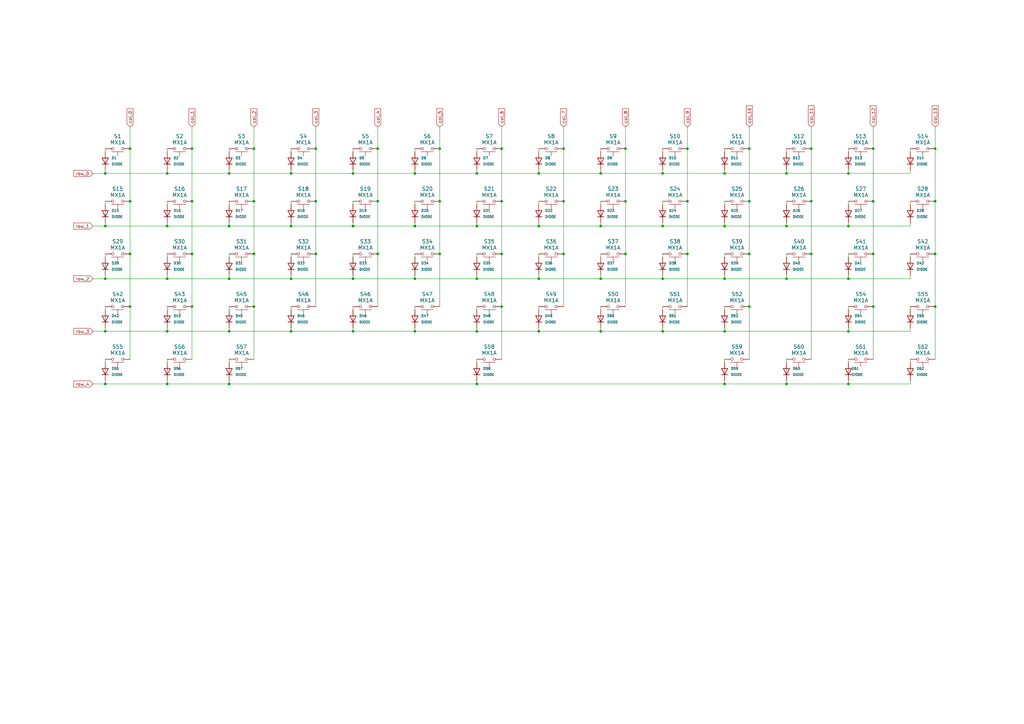
<source format=kicad_sch>
(kicad_sch (version 20231120) (generator "eeschema") (generator_version "8.0")
  (paper "A3")
  (junction (at 322.58 157.48))
  (junction (at 332.74 60.96))
  (junction (at 347.98 92.71))
  (junction (at 322.58 114.3))
  (junction (at 332.74 104.14))
  (junction (at 104.14 104.14))
  (junction (at 53.34 104.14))
  (junction (at 297.18 114.3))
  (junction (at 180.34 60.96))
  (junction (at 68.58 71.12))
  (junction (at 154.94 82.55))
  (junction (at 180.34 104.14))
  (junction (at 154.94 104.14))
  (junction (at 297.18 157.48))
  (junction (at 104.14 125.73))
  (junction (at 271.78 135.89))
  (junction (at 119.38 114.3))
  (junction (at 347.98 71.12))
  (junction (at 93.98 92.71))
  (junction (at 170.18 71.12))
  (junction (at 322.58 71.12))
  (junction (at 358.14 60.96))
  (junction (at 383.54 104.14))
  (junction (at 154.94 60.96))
  (junction (at 281.94 82.55))
  (junction (at 43.18 114.3))
  (junction (at 78.74 82.55))
  (junction (at 246.38 71.12))
  (junction (at 281.94 60.96))
  (junction (at 195.58 114.3))
  (junction (at 119.38 135.89))
  (junction (at 307.34 60.96))
  (junction (at 205.74 125.73))
  (junction (at 383.54 82.55))
  (junction (at 347.98 135.89))
  (junction (at 281.94 104.14))
  (junction (at 93.98 135.89))
  (junction (at 195.58 92.71))
  (junction (at 332.74 82.55))
  (junction (at 271.78 71.12))
  (junction (at 78.74 125.73))
  (junction (at 43.18 157.48))
  (junction (at 322.58 92.71))
  (junction (at 271.78 92.71))
  (junction (at 68.58 114.3))
  (junction (at 246.38 135.89))
  (junction (at 195.58 135.89))
  (junction (at 358.14 125.73))
  (junction (at 93.98 114.3))
  (junction (at 297.18 92.71))
  (junction (at 68.58 92.71))
  (junction (at 256.54 104.14))
  (junction (at 195.58 157.48))
  (junction (at 256.54 82.55))
  (junction (at 271.78 114.3))
  (junction (at 220.98 114.3))
  (junction (at 104.14 82.55))
  (junction (at 43.18 135.89))
  (junction (at 68.58 157.48))
  (junction (at 119.38 92.71))
  (junction (at 347.98 157.48))
  (junction (at 170.18 92.71))
  (junction (at 53.34 82.55))
  (junction (at 307.34 82.55))
  (junction (at 307.34 104.14))
  (junction (at 93.98 71.12))
  (junction (at 170.18 135.89))
  (junction (at 129.54 104.14))
  (junction (at 383.54 60.96))
  (junction (at 358.14 82.55))
  (junction (at 144.78 135.89))
  (junction (at 195.58 71.12))
  (junction (at 220.98 92.71))
  (junction (at 180.34 82.55))
  (junction (at 307.34 125.73))
  (junction (at 231.14 60.96))
  (junction (at 170.18 114.3))
  (junction (at 347.98 114.3))
  (junction (at 43.18 71.12))
  (junction (at 231.14 104.14))
  (junction (at 256.54 60.96))
  (junction (at 383.54 125.73))
  (junction (at 43.18 92.71))
  (junction (at 205.74 60.96))
  (junction (at 297.18 135.89))
  (junction (at 68.58 135.89))
  (junction (at 93.98 157.48))
  (junction (at 205.74 82.55))
  (junction (at 144.78 71.12))
  (junction (at 129.54 60.96))
  (junction (at 246.38 114.3))
  (junction (at 144.78 92.71))
  (junction (at 297.18 71.12))
  (junction (at 104.14 60.96))
  (junction (at 129.54 82.55))
  (junction (at 246.38 92.71))
  (junction (at 53.34 125.73))
  (junction (at 119.38 71.12))
  (junction (at 220.98 135.89))
  (junction (at 220.98 71.12))
  (junction (at 78.74 104.14))
  (junction (at 53.34 60.96))
  (junction (at 231.14 82.55))
  (junction (at 358.14 104.14))
  (junction (at 78.74 60.96))
  (junction (at 205.74 104.14))
  (junction (at 144.78 114.3))
  (wire (pts (xy 220.98 135.89) (xy 246.38 135.89)))
  (wire (pts (xy 38.1 71.12) (xy 43.18 71.12)))
  (wire (pts (xy 154.94 60.96) (xy 154.94 82.55)))
  (wire (pts (xy 43.18 104.14) (xy 43.18 105.41)))
  (wire (pts (xy 93.98 82.55) (xy 93.98 83.82)))
  (wire (pts (xy 170.18 134.62) (xy 170.18 135.89)))
  (wire (pts (xy 104.14 60.96) (xy 104.14 82.55)))
  (wire (pts (xy 246.38 71.12) (xy 271.78 71.12)))
  (wire (pts (xy 281.94 104.14) (xy 281.94 125.73)))
  (wire (pts (xy 129.54 52.07) (xy 129.54 60.96)))
  (wire (pts (xy 297.18 157.48) (xy 322.58 157.48)))
  (wire (pts (xy 383.54 104.14) (xy 383.54 125.73)))
  (wire (pts (xy 271.78 60.96) (xy 271.78 62.23)))
  (wire (pts (xy 322.58 157.48) (xy 347.98 157.48)))
  (wire (pts (xy 297.18 60.96) (xy 297.18 62.23)))
  (wire (pts (xy 271.78 135.89) (xy 297.18 135.89)))
  (wire (pts (xy 332.74 82.55) (xy 332.74 104.14)))
  (wire (pts (xy 43.18 157.48) (xy 68.58 157.48)))
  (wire (pts (xy 144.78 91.44) (xy 144.78 92.71)))
  (wire (pts (xy 195.58 125.73) (xy 195.58 127)))
  (wire (pts (xy 170.18 113.03) (xy 170.18 114.3)))
  (wire (pts (xy 373.38 69.85) (xy 373.38 71.12)))
  (wire (pts (xy 347.98 91.44) (xy 347.98 92.71)))
  (wire (pts (xy 297.18 135.89) (xy 347.98 135.89)))
  (wire (pts (xy 170.18 114.3) (xy 195.58 114.3)))
  (wire (pts (xy 347.98 157.48) (xy 373.38 157.48)))
  (wire (pts (xy 205.74 52.07) (xy 205.74 60.96)))
  (wire (pts (xy 53.34 125.73) (xy 53.34 147.32)))
  (wire (pts (xy 297.18 69.85) (xy 297.18 71.12)))
  (wire (pts (xy 195.58 147.32) (xy 195.58 148.59)))
  (wire (pts (xy 43.18 69.85) (xy 43.18 71.12)))
  (wire (pts (xy 358.14 52.07) (xy 358.14 60.96)))
  (wire (pts (xy 78.74 104.14) (xy 78.74 125.73)))
  (wire (pts (xy 281.94 82.55) (xy 281.94 104.14)))
  (wire (pts (xy 347.98 156.21) (xy 347.98 157.48)))
  (wire (pts (xy 68.58 147.32) (xy 68.58 148.59)))
  (wire (pts (xy 68.58 91.44) (xy 68.58 92.71)))
  (wire (pts (xy 231.14 52.07) (xy 231.14 60.96)))
  (wire (pts (xy 104.14 82.55) (xy 104.14 104.14)))
  (wire (pts (xy 358.14 82.55) (xy 358.14 104.14)))
  (wire (pts (xy 322.58 92.71) (xy 347.98 92.71)))
  (wire (pts (xy 68.58 114.3) (xy 93.98 114.3)))
  (wire (pts (xy 246.38 125.73) (xy 246.38 127)))
  (wire (pts (xy 195.58 156.21) (xy 195.58 157.48)))
  (wire (pts (xy 220.98 60.96) (xy 220.98 62.23)))
  (wire (pts (xy 144.78 125.73) (xy 144.78 127)))
  (wire (pts (xy 347.98 69.85) (xy 347.98 71.12)))
  (wire (pts (xy 297.18 125.73) (xy 297.18 127)))
  (wire (pts (xy 195.58 71.12) (xy 220.98 71.12)))
  (wire (pts (xy 43.18 114.3) (xy 68.58 114.3)))
  (wire (pts (xy 68.58 113.03) (xy 68.58 114.3)))
  (wire (pts (xy 271.78 125.73) (xy 271.78 127)))
  (wire (pts (xy 322.58 104.14) (xy 322.58 105.41)))
  (wire (pts (xy 322.58 91.44) (xy 322.58 92.71)))
  (wire (pts (xy 154.94 82.55) (xy 154.94 104.14)))
  (wire (pts (xy 297.18 104.14) (xy 297.18 105.41)))
  (wire (pts (xy 68.58 104.14) (xy 68.58 105.41)))
  (wire (pts (xy 220.98 71.12) (xy 246.38 71.12)))
  (wire (pts (xy 68.58 82.55) (xy 68.58 83.82)))
  (wire (pts (xy 195.58 92.71) (xy 220.98 92.71)))
  (wire (pts (xy 205.74 104.14) (xy 205.74 125.73)))
  (wire (pts (xy 43.18 135.89) (xy 68.58 135.89)))
  (wire (pts (xy 93.98 134.62) (xy 93.98 135.89)))
  (wire (pts (xy 220.98 104.14) (xy 220.98 105.41)))
  (wire (pts (xy 195.58 69.85) (xy 195.58 71.12)))
  (wire (pts (xy 129.54 104.14) (xy 129.54 125.73)))
  (wire (pts (xy 373.38 92.71) (xy 347.98 92.71)))
  (wire (pts (xy 205.74 82.55) (xy 205.74 104.14)))
  (wire (pts (xy 205.74 60.96) (xy 205.74 82.55)))
  (wire (pts (xy 246.38 91.44) (xy 246.38 92.71)))
  (wire (pts (xy 43.18 71.12) (xy 68.58 71.12)))
  (wire (pts (xy 38.1 157.48) (xy 43.18 157.48)))
  (wire (pts (xy 307.34 52.07) (xy 307.34 60.96)))
  (wire (pts (xy 195.58 104.14) (xy 195.58 105.41)))
  (wire (pts (xy 347.98 114.3) (xy 373.38 114.3)))
  (wire (pts (xy 53.34 82.55) (xy 53.34 104.14)))
  (wire (pts (xy 195.58 134.62) (xy 195.58 135.89)))
  (wire (pts (xy 129.54 60.96) (xy 129.54 82.55)))
  (wire (pts (xy 119.38 125.73) (xy 119.38 127)))
  (wire (pts (xy 231.14 82.55) (xy 231.14 104.14)))
  (wire (pts (xy 93.98 71.12) (xy 119.38 71.12)))
  (wire (pts (xy 246.38 69.85) (xy 246.38 71.12)))
  (wire (pts (xy 322.58 82.55) (xy 322.58 83.82)))
  (wire (pts (xy 170.18 60.96) (xy 170.18 62.23)))
  (wire (pts (xy 246.38 104.14) (xy 246.38 105.41)))
  (wire (pts (xy 93.98 135.89) (xy 119.38 135.89)))
  (wire (pts (xy 347.98 147.32) (xy 347.98 148.59)))
  (wire (pts (xy 144.78 134.62) (xy 144.78 135.89)))
  (wire (pts (xy 43.18 147.32) (xy 43.18 148.59)))
  (wire (pts (xy 119.38 69.85) (xy 119.38 71.12)))
  (wire (pts (xy 297.18 134.62) (xy 297.18 135.89)))
  (wire (pts (xy 195.58 60.96) (xy 195.58 62.23)))
  (wire (pts (xy 246.38 60.96) (xy 246.38 62.23)))
  (wire (pts (xy 170.18 135.89) (xy 195.58 135.89)))
  (wire (pts (xy 271.78 82.55) (xy 271.78 83.82)))
  (wire (pts (xy 281.94 52.07) (xy 281.94 60.96)))
  (wire (pts (xy 271.78 114.3) (xy 297.18 114.3)))
  (wire (pts (xy 170.18 125.73) (xy 170.18 127)))
  (wire (pts (xy 144.78 113.03) (xy 144.78 114.3)))
  (wire (pts (xy 383.54 125.73) (xy 383.54 147.32)))
  (wire (pts (xy 322.58 156.21) (xy 322.58 157.48)))
  (wire (pts (xy 144.78 104.14) (xy 144.78 105.41)))
  (wire (pts (xy 347.98 134.62) (xy 347.98 135.89)))
  (wire (pts (xy 104.14 125.73) (xy 104.14 147.32)))
  (wire (pts (xy 307.34 125.73) (xy 307.34 147.32)))
  (wire (pts (xy 220.98 134.62) (xy 220.98 135.89)))
  (wire (pts (xy 119.38 91.44) (xy 119.38 92.71)))
  (wire (pts (xy 93.98 91.44) (xy 93.98 92.71)))
  (wire (pts (xy 246.38 135.89) (xy 271.78 135.89)))
  (wire (pts (xy 297.18 114.3) (xy 322.58 114.3)))
  (wire (pts (xy 332.74 60.96) (xy 332.74 82.55)))
  (wire (pts (xy 104.14 104.14) (xy 104.14 125.73)))
  (wire (pts (xy 373.38 60.96) (xy 373.38 62.23)))
  (wire (pts (xy 297.18 156.21) (xy 297.18 157.48)))
  (wire (pts (xy 68.58 125.73) (xy 68.58 127)))
  (wire (pts (xy 43.18 92.71) (xy 68.58 92.71)))
  (wire (pts (xy 43.18 91.44) (xy 43.18 92.71)))
  (wire (pts (xy 78.74 52.07) (xy 78.74 60.96)))
  (wire (pts (xy 347.98 113.03) (xy 347.98 114.3)))
  (wire (pts (xy 383.54 82.55) (xy 383.54 104.14)))
  (wire (pts (xy 144.78 114.3) (xy 170.18 114.3)))
  (wire (pts (xy 347.98 82.55) (xy 347.98 83.82)))
  (wire (pts (xy 93.98 60.96) (xy 93.98 62.23)))
  (wire (pts (xy 220.98 91.44) (xy 220.98 92.71)))
  (wire (pts (xy 180.34 52.07) (xy 180.34 60.96)))
  (wire (pts (xy 373.38 91.44) (xy 373.38 92.71)))
  (wire (pts (xy 271.78 113.03) (xy 271.78 114.3)))
  (wire (pts (xy 322.58 114.3) (xy 347.98 114.3)))
  (wire (pts (xy 144.78 82.55) (xy 144.78 83.82)))
  (wire (pts (xy 195.58 91.44) (xy 195.58 92.71)))
  (wire (pts (xy 322.58 113.03) (xy 322.58 114.3)))
  (wire (pts (xy 195.58 135.89) (xy 220.98 135.89)))
  (wire (pts (xy 383.54 60.96) (xy 383.54 82.55)))
  (wire (pts (xy 220.98 113.03) (xy 220.98 114.3)))
  (wire (pts (xy 129.54 82.55) (xy 129.54 104.14)))
  (wire (pts (xy 297.18 71.12) (xy 322.58 71.12)))
  (wire (pts (xy 322.58 147.32) (xy 322.58 148.59)))
  (wire (pts (xy 220.98 114.3) (xy 246.38 114.3)))
  (wire (pts (xy 170.18 92.71) (xy 195.58 92.71)))
  (wire (pts (xy 93.98 157.48) (xy 195.58 157.48)))
  (wire (pts (xy 347.98 125.73) (xy 347.98 127)))
  (wire (pts (xy 281.94 60.96) (xy 281.94 82.55)))
  (wire (pts (xy 271.78 92.71) (xy 297.18 92.71)))
  (wire (pts (xy 119.38 114.3) (xy 144.78 114.3)))
  (wire (pts (xy 246.38 92.71) (xy 271.78 92.71)))
  (wire (pts (xy 68.58 157.48) (xy 93.98 157.48)))
  (wire (pts (xy 93.98 125.73) (xy 93.98 127)))
  (wire (pts (xy 43.18 134.62) (xy 43.18 135.89)))
  (wire (pts (xy 271.78 69.85) (xy 271.78 71.12)))
  (wire (pts (xy 68.58 134.62) (xy 68.58 135.89)))
  (wire (pts (xy 271.78 134.62) (xy 271.78 135.89)))
  (wire (pts (xy 205.74 125.73) (xy 205.74 147.32)))
  (wire (pts (xy 256.54 60.96) (xy 256.54 82.55)))
  (wire (pts (xy 68.58 92.71) (xy 93.98 92.71)))
  (wire (pts (xy 373.38 125.73) (xy 373.38 127)))
  (wire (pts (xy 373.38 134.62) (xy 373.38 135.89)))
  (wire (pts (xy 322.58 60.96) (xy 322.58 62.23)))
  (wire (pts (xy 43.18 125.73) (xy 43.18 127)))
  (wire (pts (xy 119.38 71.12) (xy 144.78 71.12)))
  (wire (pts (xy 119.38 82.55) (xy 119.38 83.82)))
  (wire (pts (xy 322.58 69.85) (xy 322.58 71.12)))
  (wire (pts (xy 180.34 60.96) (xy 180.34 82.55)))
  (wire (pts (xy 119.38 92.71) (xy 144.78 92.71)))
  (wire (pts (xy 220.98 92.71) (xy 246.38 92.71)))
  (wire (pts (xy 332.74 104.14) (xy 332.74 147.32)))
  (wire (pts (xy 78.74 125.73) (xy 78.74 147.32)))
  (wire (pts (xy 119.38 60.96) (xy 119.38 62.23)))
  (wire (pts (xy 307.34 104.14) (xy 307.34 125.73)))
  (wire (pts (xy 195.58 82.55) (xy 195.58 83.82)))
  (wire (pts (xy 170.18 91.44) (xy 170.18 92.71)))
  (wire (pts (xy 307.34 60.96) (xy 307.34 82.55)))
  (wire (pts (xy 93.98 104.14) (xy 93.98 105.41)))
  (wire (pts (xy 220.98 82.55) (xy 220.98 83.82)))
  (wire (pts (xy 180.34 104.14) (xy 180.34 125.73)))
  (wire (pts (xy 170.18 104.14) (xy 170.18 105.41)))
  (wire (pts (xy 347.98 135.89) (xy 373.38 135.89)))
  (wire (pts (xy 170.18 69.85) (xy 170.18 71.12)))
  (wire (pts (xy 246.38 82.55) (xy 246.38 83.82)))
  (wire (pts (xy 43.18 156.21) (xy 43.18 157.48)))
  (wire (pts (xy 271.78 71.12) (xy 297.18 71.12)))
  (wire (pts (xy 373.38 82.55) (xy 373.38 83.82)))
  (wire (pts (xy 93.98 113.03) (xy 93.98 114.3)))
  (wire (pts (xy 68.58 156.21) (xy 68.58 157.48)))
  (wire (pts (xy 195.58 113.03) (xy 195.58 114.3)))
  (wire (pts (xy 119.38 135.89) (xy 144.78 135.89)))
  (wire (pts (xy 373.38 113.03) (xy 373.38 114.3)))
  (wire (pts (xy 68.58 135.89) (xy 93.98 135.89)))
  (wire (pts (xy 78.74 60.96) (xy 78.74 82.55)))
  (wire (pts (xy 246.38 113.03) (xy 246.38 114.3)))
  (wire (pts (xy 119.38 104.14) (xy 119.38 105.41)))
  (wire (pts (xy 154.94 52.07) (xy 154.94 60.96)))
  (wire (pts (xy 68.58 71.12) (xy 93.98 71.12)))
  (wire (pts (xy 195.58 157.48) (xy 297.18 157.48)))
  (wire (pts (xy 297.18 82.55) (xy 297.18 83.82)))
  (wire (pts (xy 93.98 156.21) (xy 93.98 157.48)))
  (wire (pts (xy 256.54 52.07) (xy 256.54 60.96)))
  (wire (pts (xy 170.18 71.12) (xy 195.58 71.12)))
  (wire (pts (xy 358.14 104.14) (xy 358.14 125.73)))
  (wire (pts (xy 43.18 60.96) (xy 43.18 62.23)))
  (wire (pts (xy 144.78 69.85) (xy 144.78 71.12)))
  (wire (pts (xy 373.38 104.14) (xy 373.38 105.41)))
  (wire (pts (xy 38.1 92.71) (xy 43.18 92.71)))
  (wire (pts (xy 53.34 60.96) (xy 53.34 82.55)))
  (wire (pts (xy 358.14 60.96) (xy 358.14 82.55)))
  (wire (pts (xy 322.58 71.12) (xy 347.98 71.12)))
  (wire (pts (xy 347.98 71.12) (xy 373.38 71.12)))
  (wire (pts (xy 246.38 114.3) (xy 271.78 114.3)))
  (wire (pts (xy 144.78 135.89) (xy 170.18 135.89)))
  (wire (pts (xy 93.98 114.3) (xy 119.38 114.3)))
  (wire (pts (xy 297.18 92.71) (xy 322.58 92.71)))
  (wire (pts (xy 307.34 82.55) (xy 307.34 104.14)))
  (wire (pts (xy 256.54 82.55) (xy 256.54 104.14)))
  (wire (pts (xy 144.78 60.96) (xy 144.78 62.23)))
  (wire (pts (xy 119.38 113.03) (xy 119.38 114.3)))
  (wire (pts (xy 220.98 69.85) (xy 220.98 71.12)))
  (wire (pts (xy 78.74 82.55) (xy 78.74 104.14)))
  (wire (pts (xy 53.34 52.07) (xy 53.34 60.96)))
  (wire (pts (xy 256.54 104.14) (xy 256.54 125.73)))
  (wire (pts (xy 93.98 147.32) (xy 93.98 148.59)))
  (wire (pts (xy 104.14 52.07) (xy 104.14 60.96)))
  (wire (pts (xy 297.18 147.32) (xy 297.18 148.59)))
  (wire (pts (xy 93.98 92.71) (xy 119.38 92.71)))
  (wire (pts (xy 347.98 60.96) (xy 347.98 62.23)))
  (wire (pts (xy 220.98 125.73) (xy 220.98 127)))
  (wire (pts (xy 297.18 113.03) (xy 297.18 114.3)))
  (wire (pts (xy 68.58 60.96) (xy 68.58 62.23)))
  (wire (pts (xy 231.14 104.14) (xy 231.14 125.73)))
  (wire (pts (xy 170.18 82.55) (xy 170.18 83.82)))
  (wire (pts (xy 332.74 52.07) (xy 332.74 60.96)))
  (wire (pts (xy 180.34 82.55) (xy 180.34 104.14)))
  (wire (pts (xy 231.14 60.96) (xy 231.14 82.55)))
  (wire (pts (xy 154.94 104.14) (xy 154.94 125.73)))
  (wire (pts (xy 119.38 134.62) (xy 119.38 135.89)))
  (wire (pts (xy 383.54 52.07) (xy 383.54 60.96)))
  (wire (pts (xy 38.1 114.3) (xy 43.18 114.3)))
  (wire (pts (xy 271.78 104.14) (xy 271.78 105.41)))
  (wire (pts (xy 53.34 104.14) (xy 53.34 125.73)))
  (wire (pts (xy 373.38 156.21) (xy 373.38 157.48)))
  (wire (pts (xy 297.18 91.44) (xy 297.18 92.71)))
  (wire (pts (xy 195.58 114.3) (xy 220.98 114.3)))
  (wire (pts (xy 43.18 113.03) (xy 43.18 114.3)))
  (wire (pts (xy 144.78 92.71) (xy 170.18 92.71)))
  (wire (pts (xy 358.14 125.73) (xy 358.14 147.32)))
  (wire (pts (xy 93.98 69.85) (xy 93.98 71.12)))
  (wire (pts (xy 246.38 134.62) (xy 246.38 135.89)))
  (wire (pts (xy 271.78 91.44) (xy 271.78 92.71)))
  (wire (pts (xy 43.18 82.55) (xy 43.18 83.82)))
  (wire (pts (xy 373.38 147.32) (xy 373.38 148.59)))
  (wire (pts (xy 144.78 71.12) (xy 170.18 71.12)))
  (wire (pts (xy 38.1 135.89) (xy 43.18 135.89)))
  (wire (pts (xy 68.58 69.85) (xy 68.58 71.12)))
  (wire (pts (xy 347.98 104.14) (xy 347.98 105.41)))
  (global_label "row_0" (shape input) (at 38.1 71.12 180) (property "Intersheetrefs" "${INTERSHEET_REFS}" (effects (hide yes))))
  (global_label "col_4" (shape input) (at 154.94 52.07 90) (property "Intersheetrefs" "${INTERSHEET_REFS}" (effects (hide yes))))
  (global_label "col_5" (shape input) (at 180.34 52.07 90) (property "Intersheetrefs" "${INTERSHEET_REFS}" (effects (hide yes))))
  (global_label "col_0" (shape input) (at 53.34 52.07 90) (property "Intersheetrefs" "${INTERSHEET_REFS}" (effects (hide yes))))
  (global_label "col_1" (shape input) (at 78.74 52.07 90) (property "Intersheetrefs" "${INTERSHEET_REFS}" (effects (hide yes))))
  (global_label "col_11" (shape input) (at 332.74 52.07 90) (property "Intersheetrefs" "${INTERSHEET_REFS}" (effects (hide yes))))
  (global_label "row_2" (shape input) (at 38.1 114.3 180) (property "Intersheetrefs" "${INTERSHEET_REFS}" (effects (hide yes))))
  (global_label "col_2" (shape input) (at 104.14 52.07 90) (property "Intersheetrefs" "${INTERSHEET_REFS}" (effects (hide yes))))
  (global_label "col_10" (shape input) (at 307.34 52.07 90) (property "Intersheetrefs" "${INTERSHEET_REFS}" (effects (hide yes))))
  (global_label "col_13" (shape input) (at 383.54 52.07 90) (property "Intersheetrefs" "${INTERSHEET_REFS}" (effects (hide yes))))
  (global_label "col_3" (shape input) (at 129.54 52.07 90) (property "Intersheetrefs" "${INTERSHEET_REFS}" (effects (hide yes))))
  (global_label "col_6" (shape input) (at 205.74 52.07 90) (property "Intersheetrefs" "${INTERSHEET_REFS}" (effects (hide yes))))
  (global_label "col_9" (shape input) (at 281.94 52.07 90) (property "Intersheetrefs" "${INTERSHEET_REFS}" (effects (hide yes))))
  (global_label "col_12" (shape input) (at 358.14 52.07 90) (property "Intersheetrefs" "${INTERSHEET_REFS}" (effects (hide yes))))
  (global_label "row_1" (shape input) (at 38.1 92.71 180) (property "Intersheetrefs" "${INTERSHEET_REFS}" (effects (hide yes))))
  (global_label "row_4" (shape input) (at 38.1 157.48 180) (property "Intersheetrefs" "${INTERSHEET_REFS}" (effects (hide yes))))
  (global_label "col_8" (shape input) (at 256.54 52.07 90) (property "Intersheetrefs" "${INTERSHEET_REFS}" (effects (hide yes))))
  (global_label "col_7" (shape input) (at 231.14 52.07 90) (property "Intersheetrefs" "${INTERSHEET_REFS}" (effects (hide yes))))
  (global_label "row_3" (shape input) (at 38.1 135.89 180) (property "Intersheetrefs" "${INTERSHEET_REFS}" (effects (hide yes))))
  (symbol (lib_id "Device:D") (at 144.78 109.22 90) (unit 1)
    (property "Reference" "D33" (at 147.32 107.9499 90) (effects (font (size 1.016 1.016)) (justify right)))
    (property "Value" "DIODE" (at 147.32 110.4899 90) (effects (font (size 1.016 1.016)) (justify right)))
    (property "Footprint" "Diode_SMD:D_SOD-123" (effects (hide yes)))
    (property "Description" "Diode" (effects (hide yes)))
    (property "Sim.Device" "D" (effects (hide yes)))
    (property "Sim.Pins" "1=K 2=A" (effects (hide yes)))
  )
  (symbol (lib_id "Device:D") (at 246.38 66.04 90) (unit 1)
    (property "Reference" "D9" (at 248.92 64.7699 90) (effects (font (size 1.016 1.016)) (justify right)))
    (property "Value" "DIODE" (at 248.92 67.3099 90) (effects (font (size 1.016 1.016)) (justify right)))
    (property "Footprint" "Diode_SMD:D_SOD-123" (effects (hide yes)))
    (property "Description" "Diode" (effects (hide yes)))
    (property "Sim.Device" "D" (effects (hide yes)))
    (property "Sim.Pins" "1=K 2=A" (effects (hide yes)))
  )
  (symbol (lib_id "Device:D") (at 373.38 152.4 90) (unit 1)
    (property "Reference" "D62" (at 375.92 151.1299 90) (effects (font (size 1.016 1.016)) (justify right)))
    (property "Value" "DIODE" (at 375.92 153.6699 90) (effects (font (size 1.016 1.016)) (justify right)))
    (property "Footprint" "Diode_SMD:D_SOD-123" (effects (hide yes)))
    (property "Description" "Diode" (effects (hide yes)))
    (property "Sim.Device" "D" (effects (hide yes)))
    (property "Sim.Pins" "1=K 2=A" (effects (hide yes)))
    (instances (project "PH60" (path "" (reference "D62") (unit 1))) (project "PH60" (path "" (reference "D63") (unit 1))))
  )
  (symbol (lib_id "Device:D") (at 373.38 66.04 90) (unit 1)
    (property "Reference" "D14" (at 375.92 64.7699 90) (effects (font (size 1.016 1.016)) (justify right)))
    (property "Value" "DIODE" (at 375.92 67.3099 90) (effects (font (size 1.016 1.016)) (justify right)))
    (property "Footprint" "Diode_SMD:D_SOD-123" (effects (hide yes)))
    (property "Description" "Diode" (effects (hide yes)))
    (property "Sim.Device" "D" (effects (hide yes)))
    (property "Sim.Pins" "1=K 2=A" (effects (hide yes)))
  )
  (symbol (lib_id "Switch:SW_Push") (at 251.46 60.96 0) (mirror x) (unit 1)
    (property "Reference" "S9" (at 251.46 55.88 0) (effects (font (size 1.524 1.524))))
    (property "Value" "MX1A" (at 251.46 58.42 0) (effects (font (size 1.524 1.524))))
    (property "Footprint" "PCM_Switch_Keyboard_Hotswap_Kailh:SW_Hotswap_Kailh_MX_Plated_1.00u" (effects (hide yes)))
    (property "Description" "Push button switch, generic, two pins" (effects (hide yes)))
  )
  (symbol (lib_id "Switch:SW_Push") (at 149.86 125.73 0) (mirror x) (unit 1)
    (property "Reference" "S46" (at 149.86 120.65 0) (effects (font (size 1.524 1.524))))
    (property "Value" "MX1A" (at 149.86 123.19 0) (effects (font (size 1.524 1.524))))
    (property "Footprint" "PCM_Switch_Keyboard_Hotswap_Kailh:SW_Hotswap_Kailh_MX_Plated_1.00u" (effects (hide yes)))
    (property "Description" "Push button switch, generic, two pins" (effects (hide yes)))
    (instances (project "PH60" (path "" (reference "S46") (unit 1))) (project "PH60" (path "" (reference "S47") (unit 1))))
  )
  (symbol (lib_id "Device:D") (at 68.58 152.4 90) (unit 1)
    (property "Reference" "D56" (at 71.12 151.1299 90) (effects (font (size 1.016 1.016)) (justify right)))
    (property "Value" "DIODE" (at 71.12 153.6699 90) (effects (font (size 1.016 1.016)) (justify right)))
    (property "Footprint" "Diode_SMD:D_SOD-123" (effects (hide yes)))
    (property "Description" "Diode" (effects (hide yes)))
    (property "Sim.Device" "D" (effects (hide yes)))
    (property "Sim.Pins" "1=K 2=A" (effects (hide yes)))
    (instances (project "PH60" (path "" (reference "D56") (unit 1))) (project "PH60" (path "" (reference "D57") (unit 1))))
  )
  (symbol (lib_id "Switch:SW_Push") (at 378.46 60.96 0) (mirror x) (unit 1)
    (property "Reference" "S14" (at 378.46 55.88 0) (effects (font (size 1.524 1.524))))
    (property "Value" "MX1A" (at 378.46 58.42 0) (effects (font (size 1.524 1.524))))
    (property "Footprint" "PCM_Switch_Keyboard_Hotswap_Kailh:SW_Hotswap_Kailh_MX_Plated_2.00u" (effects (hide yes)))
    (property "Description" "Push button switch, generic, two pins" (effects (hide yes)))
  )
  (symbol (lib_id "Switch:SW_Push") (at 73.66 60.96 0) (mirror x) (unit 1)
    (property "Reference" "S2" (at 73.66 55.88 0) (effects (font (size 1.524 1.524))))
    (property "Value" "MX1A" (at 73.66 58.42 0) (effects (font (size 1.524 1.524))))
    (property "Footprint" "PCM_Switch_Keyboard_Hotswap_Kailh:SW_Hotswap_Kailh_MX_Plated_1.00u" (effects (hide yes)))
    (property "Description" "Push button switch, generic, two pins" (effects (hide yes)))
  )
  (symbol (lib_id "Device:D") (at 68.58 130.81 90) (unit 1)
    (property "Reference" "D43" (at 71.12 129.5399 90) (effects (font (size 1.016 1.016)) (justify right)))
    (property "Value" "DIODE" (at 71.12 132.0799 90) (effects (font (size 1.016 1.016)) (justify right)))
    (property "Footprint" "Diode_SMD:D_SOD-123" (effects (hide yes)))
    (property "Description" "Diode" (effects (hide yes)))
    (property "Sim.Device" "D" (effects (hide yes)))
    (property "Sim.Pins" "1=K 2=A" (effects (hide yes)))
    (instances (project "PH60" (path "" (reference "D43") (unit 1))) (project "PH60" (path "" (reference "D44") (unit 1))))
  )
  (symbol (lib_id "Switch:SW_Push") (at 200.66 60.96 0) (mirror x) (unit 1)
    (property "Reference" "S7" (at 200.66 55.88 0) (effects (font (size 1.524 1.524))))
    (property "Value" "MX1A" (at 200.66 58.42 0) (effects (font (size 1.524 1.524))))
    (property "Footprint" "PCM_Switch_Keyboard_Hotswap_Kailh:SW_Hotswap_Kailh_MX_Plated_1.00u" (effects (hide yes)))
    (property "Description" "Push button switch, generic, two pins" (effects (hide yes)))
  )
  (symbol (lib_id "Device:D") (at 43.18 130.81 90) (unit 1)
    (property "Reference" "D42" (at 45.72 129.5399 90) (effects (font (size 1.016 1.016)) (justify right)))
    (property "Value" "DIODE" (at 45.72 132.0799 90) (effects (font (size 1.016 1.016)) (justify right)))
    (property "Footprint" "Diode_SMD:D_SOD-123" (effects (hide yes)))
    (property "Description" "Diode" (effects (hide yes)))
    (property "Sim.Device" "D" (effects (hide yes)))
    (property "Sim.Pins" "1=K 2=A" (effects (hide yes)))
    (instances (project "PH60" (path "" (reference "D42") (unit 1))) (project "PH60" (path "" (reference "D43") (unit 1))))
  )
  (symbol (lib_id "Switch:SW_Push") (at 73.66 82.55 0) (mirror x) (unit 1)
    (property "Reference" "S16" (at 73.66 77.47 0) (effects (font (size 1.524 1.524))))
    (property "Value" "MX1A" (at 73.66 80.01 0) (effects (font (size 1.524 1.524))))
    (property "Footprint" "PCM_Switch_Keyboard_Hotswap_Kailh:SW_Hotswap_Kailh_MX_Plated_1.00u" (effects (hide yes)))
    (property "Description" "Push button switch, generic, two pins" (effects (hide yes)))
  )
  (symbol (lib_id "Device:D") (at 322.58 152.4 90) (unit 1)
    (property "Reference" "D60" (at 325.12 151.1299 90) (effects (font (size 1.016 1.016)) (justify right)))
    (property "Value" "DIODE" (at 325.12 153.6699 90) (effects (font (size 1.016 1.016)) (justify right)))
    (property "Footprint" "Diode_SMD:D_SOD-123" (effects (hide yes)))
    (property "Description" "Diode" (effects (hide yes)))
    (property "Sim.Device" "D" (effects (hide yes)))
    (property "Sim.Pins" "1=K 2=A" (effects (hide yes)))
    (instances (project "PH60" (path "" (reference "D60") (unit 1))) (project "PH60" (path "" (reference "D61") (unit 1))))
  )
  (symbol (lib_id "Device:D") (at 195.58 152.4 90) (unit 1)
    (property "Reference" "D58" (at 198.12 151.1299 90) (effects (font (size 1.016 1.016)) (justify right)))
    (property "Value" "DIODE" (at 198.12 153.6699 90) (effects (font (size 1.016 1.016)) (justify right)))
    (property "Footprint" "Diode_SMD:D_SOD-123" (effects (hide yes)))
    (property "Description" "Diode" (effects (hide yes)))
    (property "Sim.Device" "D" (effects (hide yes)))
    (property "Sim.Pins" "1=K 2=A" (effects (hide yes)))
    (instances (project "PH60" (path "" (reference "D58") (unit 1))) (project "PH60" (path "" (reference "D59") (unit 1))))
  )
  (symbol (lib_id "Switch:SW_Push") (at 327.66 104.14 0) (mirror x) (unit 1)
    (property "Reference" "S40" (at 327.66 99.06 0) (effects (font (size 1.524 1.524))))
    (property "Value" "MX1A" (at 327.66 101.6 0) (effects (font (size 1.524 1.524))))
    (property "Footprint" "PCM_Switch_Keyboard_Hotswap_Kailh:SW_Hotswap_Kailh_MX_Plated_1.00u" (effects (hide yes)))
    (property "Description" "Push button switch, generic, two pins" (effects (hide yes)))
  )
  (symbol (lib_id "Device:D") (at 271.78 130.81 90) (unit 1)
    (property "Reference" "D51" (at 274.32 129.5399 90) (effects (font (size 1.016 1.016)) (justify right)))
    (property "Value" "DIODE" (at 274.32 132.0799 90) (effects (font (size 1.016 1.016)) (justify right)))
    (property "Footprint" "Diode_SMD:D_SOD-123" (effects (hide yes)))
    (property "Description" "Diode" (effects (hide yes)))
    (property "Sim.Device" "D" (effects (hide yes)))
    (property "Sim.Pins" "1=K 2=A" (effects (hide yes)))
    (instances (project "PH60" (path "" (reference "D51") (unit 1))) (project "PH60" (path "" (reference "D52") (unit 1))))
  )
  (symbol (lib_id "Device:D") (at 195.58 109.22 90) (unit 1)
    (property "Reference" "D35" (at 198.12 107.9499 90) (effects (font (size 1.016 1.016)) (justify right)))
    (property "Value" "DIODE" (at 198.12 110.4899 90) (effects (font (size 1.016 1.016)) (justify right)))
    (property "Footprint" "Diode_SMD:D_SOD-123" (effects (hide yes)))
    (property "Description" "Diode" (effects (hide yes)))
    (property "Sim.Device" "D" (effects (hide yes)))
    (property "Sim.Pins" "1=K 2=A" (effects (hide yes)))
  )
  (symbol (lib_id "Switch:SW_Push") (at 378.46 82.55 0) (mirror x) (unit 1)
    (property "Reference" "S28" (at 378.46 77.47 0) (effects (font (size 1.524 1.524))))
    (property "Value" "MX1A" (at 378.46 80.01 0) (effects (font (size 1.524 1.524))))
    (property "Footprint" "PCM_Switch_Keyboard_Hotswap_Kailh:SW_Hotswap_Kailh_MX_Plated_1.50u" (effects (hide yes)))
    (property "Description" "Push button switch, generic, two pins" (effects (hide yes)))
  )
  (symbol (lib_id "Device:D") (at 170.18 130.81 90) (unit 1)
    (property "Reference" "D47" (at 172.72 129.5399 90) (effects (font (size 1.016 1.016)) (justify right)))
    (property "Value" "DIODE" (at 172.72 132.0799 90) (effects (font (size 1.016 1.016)) (justify right)))
    (property "Footprint" "Diode_SMD:D_SOD-123" (effects (hide yes)))
    (property "Description" "Diode" (effects (hide yes)))
    (property "Sim.Device" "D" (effects (hide yes)))
    (property "Sim.Pins" "1=K 2=A" (effects (hide yes)))
    (instances (project "PH60" (path "" (reference "D47") (unit 1))) (project "PH60" (path "" (reference "D48") (unit 1))))
  )
  (symbol (lib_id "Switch:SW_Push") (at 73.66 125.73 0) (mirror x) (unit 1)
    (property "Reference" "S43" (at 73.66 120.65 0) (effects (font (size 1.524 1.524))))
    (property "Value" "MX1A" (at 73.66 123.19 0) (effects (font (size 1.524 1.524))))
    (property "Footprint" "PCM_Switch_Keyboard_Hotswap_Kailh:SW_Hotswap_Kailh_MX_Plated_1.00u" (effects (hide yes)))
    (property "Description" "Push button switch, generic, two pins" (effects (hide yes)))
    (instances (project "PH60" (path "" (reference "S43") (unit 1))) (project "PH60" (path "" (reference "S44") (unit 1))))
  )
  (symbol (lib_id "Switch:SW_Push") (at 353.06 60.96 0) (mirror x) (unit 1)
    (property "Reference" "S13" (at 353.06 55.88 0) (effects (font (size 1.524 1.524))))
    (property "Value" "MX1A" (at 353.06 58.42 0) (effects (font (size 1.524 1.524))))
    (property "Footprint" "PCM_Switch_Keyboard_Hotswap_Kailh:SW_Hotswap_Kailh_MX_Plated_1.00u" (effects (hide yes)))
    (property "Description" "Push button switch, generic, two pins" (effects (hide yes)))
  )
  (symbol (lib_id "Switch:SW_Push") (at 251.46 82.55 0) (mirror x) (unit 1)
    (property "Reference" "S23" (at 251.46 77.47 0) (effects (font (size 1.524 1.524))))
    (property "Value" "MX1A" (at 251.46 80.01 0) (effects (font (size 1.524 1.524))))
    (property "Footprint" "PCM_Switch_Keyboard_Hotswap_Kailh:SW_Hotswap_Kailh_MX_Plated_1.00u" (effects (hide yes)))
    (property "Description" "Push button switch, generic, two pins" (effects (hide yes)))
  )
  (symbol (lib_id "Device:D") (at 119.38 87.63 90) (unit 1)
    (property "Reference" "D18" (at 121.92 86.3599 90) (effects (font (size 1.016 1.016)) (justify right)))
    (property "Value" "DIODE" (at 121.92 88.8999 90) (effects (font (size 1.016 1.016)) (justify right)))
    (property "Footprint" "Diode_SMD:D_SOD-123" (effects (hide yes)))
    (property "Description" "Diode" (effects (hide yes)))
    (property "Sim.Device" "D" (effects (hide yes)))
    (property "Sim.Pins" "1=K 2=A" (effects (hide yes)))
  )
  (symbol (lib_id "Device:D") (at 93.98 66.04 90) (unit 1)
    (property "Reference" "D3" (at 96.52 64.7699 90) (effects (font (size 1.016 1.016)) (justify right)))
    (property "Value" "DIODE" (at 96.52 67.3099 90) (effects (font (size 1.016 1.016)) (justify right)))
    (property "Footprint" "Diode_SMD:D_SOD-123" (effects (hide yes)))
    (property "Description" "Diode" (effects (hide yes)))
    (property "Sim.Device" "D" (effects (hide yes)))
    (property "Sim.Pins" "1=K 2=A" (effects (hide yes)))
  )
  (symbol (lib_id "Device:D") (at 271.78 87.63 90) (unit 1)
    (property "Reference" "D24" (at 274.32 86.3599 90) (effects (font (size 1.016 1.016)) (justify right)))
    (property "Value" "DIODE" (at 274.32 88.8999 90) (effects (font (size 1.016 1.016)) (justify right)))
    (property "Footprint" "Diode_SMD:D_SOD-123" (effects (hide yes)))
    (property "Description" "Diode" (effects (hide yes)))
    (property "Sim.Device" "D" (effects (hide yes)))
    (property "Sim.Pins" "1=K 2=A" (effects (hide yes)))
  )
  (symbol (lib_id "Device:D") (at 43.18 66.04 90) (unit 1)
    (property "Reference" "D1" (at 45.72 64.7699 90) (effects (font (size 1.016 1.016)) (justify right)))
    (property "Value" "DIODE" (at 45.72 67.3099 90) (effects (font (size 1.016 1.016)) (justify right)))
    (property "Footprint" "Diode_SMD:D_SOD-123" (effects (hide yes)))
    (property "Description" "Diode" (effects (hide yes)))
    (property "Sim.Device" "D" (effects (hide yes)))
    (property "Sim.Pins" "1=K 2=A" (effects (hide yes)))
  )
  (symbol (lib_id "Switch:SW_Push") (at 200.66 147.32 0) (mirror x) (unit 1)
    (property "Reference" "S58" (at 200.66 142.24 0) (effects (font (size 1.524 1.524))))
    (property "Value" "MX1A" (at 200.66 144.78 0) (effects (font (size 1.524 1.524))))
    (property "Footprint" "PCM_Switch_Keyboard_Hotswap_Kailh:SW_Hotswap_Kailh_MX_Plated_6.25u" (effects (hide yes)))
    (property "Description" "Push button switch, generic, two pins" (effects (hide yes)))
    (instances (project "PH60" (path "" (reference "S58") (unit 1))) (project "PH60" (path "" (reference "S59") (unit 1))))
  )
  (symbol (lib_id "Device:D") (at 68.58 109.22 90) (unit 1)
    (property "Reference" "D30" (at 71.12 107.9499 90) (effects (font (size 1.016 1.016)) (justify right)))
    (property "Value" "DIODE" (at 71.12 110.4899 90) (effects (font (size 1.016 1.016)) (justify right)))
    (property "Footprint" "Diode_SMD:D_SOD-123" (effects (hide yes)))
    (property "Description" "Diode" (effects (hide yes)))
    (property "Sim.Device" "D" (effects (hide yes)))
    (property "Sim.Pins" "1=K 2=A" (effects (hide yes)))
  )
  (symbol (lib_id "Device:D") (at 297.18 66.04 90) (unit 1)
    (property "Reference" "D11" (at 299.72 64.7699 90) (effects (font (size 1.016 1.016)) (justify right)))
    (property "Value" "DIODE" (at 299.72 67.3099 90) (effects (font (size 1.016 1.016)) (justify right)))
    (property "Footprint" "Diode_SMD:D_SOD-123" (effects (hide yes)))
    (property "Description" "Diode" (effects (hide yes)))
    (property "Sim.Device" "D" (effects (hide yes)))
    (property "Sim.Pins" "1=K 2=A" (effects (hide yes)))
  )
  (symbol (lib_id "Switch:SW_Push") (at 276.86 82.55 0) (mirror x) (unit 1)
    (property "Reference" "S24" (at 276.86 77.47 0) (effects (font (size 1.524 1.524))))
    (property "Value" "MX1A" (at 276.86 80.01 0) (effects (font (size 1.524 1.524))))
    (property "Footprint" "PCM_Switch_Keyboard_Hotswap_Kailh:SW_Hotswap_Kailh_MX_Plated_1.00u" (effects (hide yes)))
    (property "Description" "Push button switch, generic, two pins" (effects (hide yes)))
  )
  (symbol (lib_id "Device:D") (at 119.38 66.04 90) (unit 1)
    (property "Reference" "D4" (at 121.92 64.7699 90) (effects (font (size 1.016 1.016)) (justify right)))
    (property "Value" "DIODE" (at 121.92 67.3099 90) (effects (font (size 1.016 1.016)) (justify right)))
    (property "Footprint" "Diode_SMD:D_SOD-123" (effects (hide yes)))
    (property "Description" "Diode" (effects (hide yes)))
    (property "Sim.Device" "D" (effects (hide yes)))
    (property "Sim.Pins" "1=K 2=A" (effects (hide yes)))
  )
  (symbol (lib_id "Switch:SW_Push") (at 99.06 147.32 0) (mirror x) (unit 1)
    (property "Reference" "S57" (at 99.06 142.24 0) (effects (font (size 1.524 1.524))))
    (property "Value" "MX1A" (at 99.06 144.78 0) (effects (font (size 1.524 1.524))))
    (property "Footprint" "PCM_Switch_Keyboard_Hotswap_Kailh:SW_Hotswap_Kailh_MX_Plated_1.25u" (effects (hide yes)))
    (property "Description" "Push button switch, generic, two pins" (effects (hide yes)))
    (instances (project "PH60" (path "" (reference "S57") (unit 1))) (project "PH60" (path "" (reference "S58") (unit 1))))
  )
  (symbol (lib_id "Switch:SW_Push") (at 124.46 104.14 0) (mirror x) (unit 1)
    (property "Reference" "S32" (at 124.46 99.06 0) (effects (font (size 1.524 1.524))))
    (property "Value" "MX1A" (at 124.46 101.6 0) (effects (font (size 1.524 1.524))))
    (property "Footprint" "PCM_Switch_Keyboard_Hotswap_Kailh:SW_Hotswap_Kailh_MX_Plated_1.00u" (effects (hide yes)))
    (property "Description" "Push button switch, generic, two pins" (effects (hide yes)))
  )
  (symbol (lib_id "Switch:SW_Push") (at 353.06 125.73 0) (mirror x) (unit 1)
    (property "Reference" "S54" (at 353.06 120.65 0) (effects (font (size 1.524 1.524))))
    (property "Value" "MX1A" (at 353.06 123.19 0) (effects (font (size 1.524 1.524))))
    (property "Footprint" "PCM_Switch_Keyboard_Hotswap_Kailh:SW_Hotswap_Kailh_MX_Plated_1.75u_90deg" (effects (hide yes)))
    (property "Description" "Push button switch, generic, two pins" (effects (hide yes)))
  )
  (symbol (lib_id "Switch:SW_Push") (at 149.86 104.14 0) (mirror x) (unit 1)
    (property "Reference" "S33" (at 149.86 99.06 0) (effects (font (size 1.524 1.524))))
    (property "Value" "MX1A" (at 149.86 101.6 0) (effects (font (size 1.524 1.524))))
    (property "Footprint" "PCM_Switch_Keyboard_Hotswap_Kailh:SW_Hotswap_Kailh_MX_Plated_1.00u" (effects (hide yes)))
    (property "Description" "Push button switch, generic, two pins" (effects (hide yes)))
  )
  (symbol (lib_id "Device:D") (at 373.38 87.63 90) (unit 1)
    (property "Reference" "D28" (at 375.92 86.3599 90) (effects (font (size 1.016 1.016)) (justify right)))
    (property "Value" "DIODE" (at 375.92 88.8999 90) (effects (font (size 1.016 1.016)) (justify right)))
    (property "Footprint" "Diode_SMD:D_SOD-123" (effects (hide yes)))
    (property "Description" "Diode" (effects (hide yes)))
    (property "Sim.Device" "D" (effects (hide yes)))
    (property "Sim.Pins" "1=K 2=A" (effects (hide yes)))
  )
  (symbol (lib_id "Device:D") (at 347.98 152.4 90) (unit 1)
    (property "Reference" "D61" (at 349.25 151.1299 90) (effects (font (size 1.016 1.016)) (justify right)))
    (property "Value" "DIODE" (at 349.25 153.6699 90) (effects (font (size 1.016 1.016)) (justify right)))
    (property "Footprint" "Diode_SMD:D_SOD-123" (effects (hide yes)))
    (property "Description" "Diode" (effects (hide yes)))
    (property "Sim.Device" "D" (effects (hide yes)))
    (property "Sim.Pins" "1=K 2=A" (effects (hide yes)))
    (instances (project "PH60" (path "" (reference "D61") (unit 1))) (project "PH60" (path "" (reference "D62") (unit 1))))
  )
  (symbol (lib_id "Switch:SW_Push") (at 302.26 82.55 0) (mirror x) (unit 1)
    (property "Reference" "S25" (at 302.26 77.47 0) (effects (font (size 1.524 1.524))))
    (property "Value" "MX1A" (at 302.26 80.01 0) (effects (font (size 1.524 1.524))))
    (property "Footprint" "PCM_Switch_Keyboard_Hotswap_Kailh:SW_Hotswap_Kailh_MX_Plated_1.00u" (effects (hide yes)))
    (property "Description" "Push button switch, generic, two pins" (effects (hide yes)))
  )
  (symbol (lib_id "Device:D") (at 373.38 109.22 90) (unit 1)
    (property "Reference" "D42" (at 375.92 107.9499 90) (effects (font (size 1.016 1.016)) (justify right)))
    (property "Value" "DIODE" (at 375.92 110.4899 90) (effects (font (size 1.016 1.016)) (justify right)))
    (property "Footprint" "Diode_SMD:D_SOD-123" (effects (hide yes)))
    (property "Description" "Diode" (effects (hide yes)))
    (property "Sim.Device" "D" (effects (hide yes)))
    (property "Sim.Pins" "1=K 2=A" (effects (hide yes)))
  )
  (symbol (lib_id "Switch:SW_Push") (at 353.06 147.32 0) (mirror x) (unit 1)
    (property "Reference" "S61" (at 353.06 142.24 0) (effects (font (size 1.524 1.524))))
    (property "Value" "MX1A" (at 353.06 144.78 0) (effects (font (size 1.524 1.524))))
    (property "Footprint" "PCM_Switch_Keyboard_Hotswap_Kailh:SW_Hotswap_Kailh_MX_Plated_1.25u" (effects (hide yes)))
    (property "Description" "Push button switch, generic, two pins" (effects (hide yes)))
    (instances (project "PH60" (path "" (reference "S61") (unit 1))) (project "PH60" (path "" (reference "S62") (unit 1))))
  )
  (symbol (lib_id "Device:D") (at 43.18 87.63 90) (unit 1)
    (property "Reference" "D15" (at 45.72 86.3599 90) (effects (font (size 1.016 1.016)) (justify right)))
    (property "Value" "DIODE" (at 45.72 88.8999 90) (effects (font (size 1.016 1.016)) (justify right)))
    (property "Footprint" "Diode_SMD:D_SOD-123" (effects (hide yes)))
    (property "Description" "Diode" (effects (hide yes)))
    (property "Sim.Device" "D" (effects (hide yes)))
    (property "Sim.Pins" "1=K 2=A" (effects (hide yes)))
  )
  (symbol (lib_id "Switch:SW_Push") (at 302.26 104.14 0) (mirror x) (unit 1)
    (property "Reference" "S39" (at 302.26 99.06 0) (effects (font (size 1.524 1.524))))
    (property "Value" "MX1A" (at 302.26 101.6 0) (effects (font (size 1.524 1.524))))
    (property "Footprint" "PCM_Switch_Keyboard_Hotswap_Kailh:SW_Hotswap_Kailh_MX_Plated_1.00u" (effects (hide yes)))
    (property "Description" "Push button switch, generic, two pins" (effects (hide yes)))
  )
  (symbol (lib_id "Switch:SW_Push") (at 200.66 104.14 0) (mirror x) (unit 1)
    (property "Reference" "S35" (at 200.66 99.06 0) (effects (font (size 1.524 1.524))))
    (property "Value" "MX1A" (at 200.66 101.6 0) (effects (font (size 1.524 1.524))))
    (property "Footprint" "PCM_Switch_Keyboard_Hotswap_Kailh:SW_Hotswap_Kailh_MX_Plated_1.00u" (effects (hide yes)))
    (property "Description" "Push button switch, generic, two pins" (effects (hide yes)))
  )
  (symbol (lib_id "Switch:SW_Push") (at 226.06 60.96 0) (mirror x) (unit 1)
    (property "Reference" "S8" (at 226.06 55.88 0) (effects (font (size 1.524 1.524))))
    (property "Value" "MX1A" (at 226.06 58.42 0) (effects (font (size 1.524 1.524))))
    (property "Footprint" "PCM_Switch_Keyboard_Hotswap_Kailh:SW_Hotswap_Kailh_MX_Plated_1.00u" (effects (hide yes)))
    (property "Description" "Push button switch, generic, two pins" (effects (hide yes)))
  )
  (symbol (lib_id "Device:D") (at 220.98 130.81 90) (unit 1)
    (property "Reference" "D49" (at 223.52 129.5399 90) (effects (font (size 1.016 1.016)) (justify right)))
    (property "Value" "DIODE" (at 223.52 132.0799 90) (effects (font (size 1.016 1.016)) (justify right)))
    (property "Footprint" "Diode_SMD:D_SOD-123" (effects (hide yes)))
    (property "Description" "Diode" (effects (hide yes)))
    (property "Sim.Device" "D" (effects (hide yes)))
    (property "Sim.Pins" "1=K 2=A" (effects (hide yes)))
    (instances (project "PH60" (path "" (reference "D49") (unit 1))) (project "PH60" (path "" (reference "D50") (unit 1))))
  )
  (symbol (lib_id "Switch:SW_Push") (at 276.86 125.73 0) (mirror x) (unit 1)
    (property "Reference" "S51" (at 276.86 120.65 0) (effects (font (size 1.524 1.524))))
    (property "Value" "MX1A" (at 276.86 123.19 0) (effects (font (size 1.524 1.524))))
    (property "Footprint" "PCM_Switch_Keyboard_Hotswap_Kailh:SW_Hotswap_Kailh_MX_Plated_1.00u" (effects (hide yes)))
    (property "Description" "Push button switch, generic, two pins" (effects (hide yes)))
    (instances (project "PH60" (path "" (reference "S51") (unit 1))) (project "PH60" (path "" (reference "S52") (unit 1))))
  )
  (symbol (lib_id "Device:D") (at 220.98 66.04 90) (unit 1)
    (property "Reference" "D8" (at 223.52 64.7699 90) (effects (font (size 1.016 1.016)) (justify right)))
    (property "Value" "DIODE" (at 223.52 67.3099 90) (effects (font (size 1.016 1.016)) (justify right)))
    (property "Footprint" "Diode_SMD:D_SOD-123" (effects (hide yes)))
    (property "Description" "Diode" (effects (hide yes)))
    (property "Sim.Device" "D" (effects (hide yes)))
    (property "Sim.Pins" "1=K 2=A" (effects (hide yes)))
  )
  (symbol (lib_id "Switch:SW_Push") (at 48.26 60.96 0) (mirror x) (unit 1)
    (property "Reference" "S1" (at 48.26 55.88 0) (effects (font (size 1.524 1.524))))
    (property "Value" "MX1A" (at 48.26 58.42 0) (effects (font (size 1.524 1.524))))
    (property "Footprint" "PCM_Switch_Keyboard_Hotswap_Kailh:SW_Hotswap_Kailh_MX_Plated_1.00u" (effects (hide yes)))
    (property "Description" "Push button switch, generic, two pins" (effects (hide yes)))
  )
  (symbol (lib_id "Switch:SW_Push") (at 378.46 104.14 0) (mirror x) (unit 1)
    (property "Reference" "S42" (at 378.46 99.06 0) (effects (font (size 1.524 1.524))))
    (property "Value" "MX1A" (at 378.46 101.6 0) (effects (font (size 1.524 1.524))))
    (property "Footprint" "PCM_Switch_Keyboard_Hotswap_Kailh:SW_Hotswap_Kailh_MX_Plated_1.00u" (effects (hide yes)))
    (property "Description" "Push button switch, generic, two pins" (effects (hide yes)))
  )
  (symbol (lib_id "Device:D") (at 119.38 109.22 90) (unit 1)
    (property "Reference" "D32" (at 121.92 107.9499 90) (effects (font (size 1.016 1.016)) (justify right)))
    (property "Value" "DIODE" (at 121.92 110.4899 90) (effects (font (size 1.016 1.016)) (justify right)))
    (property "Footprint" "Diode_SMD:D_SOD-123" (effects (hide yes)))
    (property "Description" "Diode" (effects (hide yes)))
    (property "Sim.Device" "D" (effects (hide yes)))
    (property "Sim.Pins" "1=K 2=A" (effects (hide yes)))
  )
  (symbol (lib_id "Device:D") (at 297.18 130.81 90) (unit 1)
    (property "Reference" "D52" (at 299.72 129.5399 90) (effects (font (size 1.016 1.016)) (justify right)))
    (property "Value" "DIODE" (at 299.72 132.0799 90) (effects (font (size 1.016 1.016)) (justify right)))
    (property "Footprint" "Diode_SMD:D_SOD-123" (effects (hide yes)))
    (property "Description" "Diode" (effects (hide yes)))
    (property "Sim.Device" "D" (effects (hide yes)))
    (property "Sim.Pins" "1=K 2=A" (effects (hide yes)))
    (instances (project "PH60" (path "" (reference "D52") (unit 1))) (project "PH60" (path "" (reference "D53") (unit 1))))
  )
  (symbol (lib_id "Device:D") (at 144.78 87.63 90) (unit 1)
    (property "Reference" "D19" (at 147.32 86.3599 90) (effects (font (size 1.016 1.016)) (justify right)))
    (property "Value" "DIODE" (at 147.32 88.8999 90) (effects (font (size 1.016 1.016)) (justify right)))
    (property "Footprint" "Diode_SMD:D_SOD-123" (effects (hide yes)))
    (property "Description" "Diode" (effects (hide yes)))
    (property "Sim.Device" "D" (effects (hide yes)))
    (property "Sim.Pins" "1=K 2=A" (effects (hide yes)))
  )
  (symbol (lib_id "Device:D") (at 246.38 130.81 90) (unit 1)
    (property "Reference" "D50" (at 248.92 129.5399 90) (effects (font (size 1.016 1.016)) (justify right)))
    (property "Value" "DIODE" (at 248.92 132.0799 90) (effects (font (size 1.016 1.016)) (justify right)))
    (property "Footprint" "Diode_SMD:D_SOD-123" (effects (hide yes)))
    (property "Description" "Diode" (effects (hide yes)))
    (property "Sim.Device" "D" (effects (hide yes)))
    (property "Sim.Pins" "1=K 2=A" (effects (hide yes)))
    (instances (project "PH60" (path "" (reference "D50") (unit 1))) (project "PH60" (path "" (reference "D51") (unit 1))))
  )
  (symbol (lib_id "Switch:SW_Push") (at 251.46 125.73 0) (mirror x) (unit 1)
    (property "Reference" "S50" (at 251.46 120.65 0) (effects (font (size 1.524 1.524))))
    (property "Value" "MX1A" (at 251.46 123.19 0) (effects (font (size 1.524 1.524))))
    (property "Footprint" "PCM_Switch_Keyboard_Hotswap_Kailh:SW_Hotswap_Kailh_MX_Plated_1.00u" (effects (hide yes)))
    (property "Description" "Push button switch, generic, two pins" (effects (hide yes)))
    (instances (project "PH60" (path "" (reference "S50") (unit 1))) (project "PH60" (path "" (reference "S51") (unit 1))))
  )
  (symbol (lib_id "Device:D") (at 297.18 152.4 90) (unit 1)
    (property "Reference" "D59" (at 299.72 151.1299 90) (effects (font (size 1.016 1.016)) (justify right)))
    (property "Value" "DIODE" (at 299.72 153.6699 90) (effects (font (size 1.016 1.016)) (justify right)))
    (property "Footprint" "Diode_SMD:D_SOD-123" (effects (hide yes)))
    (property "Description" "Diode" (effects (hide yes)))
    (property "Sim.Device" "D" (effects (hide yes)))
    (property "Sim.Pins" "1=K 2=A" (effects (hide yes)))
    (instances (project "PH60" (path "" (reference "D59") (unit 1))) (project "PH60" (path "" (reference "D60") (unit 1))))
  )
  (symbol (lib_id "Switch:SW_Push") (at 124.46 60.96 0) (mirror x) (unit 1)
    (property "Reference" "S4" (at 124.46 55.88 0) (effects (font (size 1.524 1.524))))
    (property "Value" "MX1A" (at 124.46 58.42 0) (effects (font (size 1.524 1.524))))
    (property "Footprint" "PCM_Switch_Keyboard_Hotswap_Kailh:SW_Hotswap_Kailh_MX_Plated_1.00u" (effects (hide yes)))
    (property "Description" "Push button switch, generic, two pins" (effects (hide yes)))
  )
  (symbol (lib_id "Switch:SW_Push") (at 200.66 82.55 0) (mirror x) (unit 1)
    (property "Reference" "S21" (at 200.66 77.47 0) (effects (font (size 1.524 1.524))))
    (property "Value" "MX1A" (at 200.66 80.01 0) (effects (font (size 1.524 1.524))))
    (property "Footprint" "PCM_Switch_Keyboard_Hotswap_Kailh:SW_Hotswap_Kailh_MX_Plated_1.00u" (effects (hide yes)))
    (property "Description" "Push button switch, generic, two pins" (effects (hide yes)))
  )
  (symbol (lib_id "Device:D") (at 220.98 87.63 90) (unit 1)
    (property "Reference" "D22" (at 223.52 86.3599 90) (effects (font (size 1.016 1.016)) (justify right)))
    (property "Value" "DIODE" (at 223.52 88.8999 90) (effects (font (size 1.016 1.016)) (justify right)))
    (property "Footprint" "Diode_SMD:D_SOD-123" (effects (hide yes)))
    (property "Description" "Diode" (effects (hide yes)))
    (property "Sim.Device" "D" (effects (hide yes)))
    (property "Sim.Pins" "1=K 2=A" (effects (hide yes)))
  )
  (symbol (lib_id "Switch:SW_Push") (at 302.26 147.32 0) (mirror x) (unit 1)
    (property "Reference" "S59" (at 302.26 142.24 0) (effects (font (size 1.524 1.524))))
    (property "Value" "MX1A" (at 302.26 144.78 0) (effects (font (size 1.524 1.524))))
    (property "Footprint" "PCM_Switch_Keyboard_Hotswap_Kailh:SW_Hotswap_Kailh_MX_Plated_1.25u" (effects (hide yes)))
    (property "Description" "Push button switch, generic, two pins" (effects (hide yes)))
    (instances (project "PH60" (path "" (reference "S59") (unit 1))) (project "PH60" (path "" (reference "S60") (unit 1))))
  )
  (symbol (lib_id "Device:D") (at 195.58 87.63 90) (unit 1)
    (property "Reference" "D21" (at 198.12 86.3599 90) (effects (font (size 1.016 1.016)) (justify right)))
    (property "Value" "DIODE" (at 198.12 88.8999 90) (effects (font (size 1.016 1.016)) (justify right)))
    (property "Footprint" "Diode_SMD:D_SOD-123" (effects (hide yes)))
    (property "Description" "Diode" (effects (hide yes)))
    (property "Sim.Device" "D" (effects (hide yes)))
    (property "Sim.Pins" "1=K 2=A" (effects (hide yes)))
  )
  (symbol (lib_id "Switch:SW_Push") (at 251.46 104.14 0) (mirror x) (unit 1)
    (property "Reference" "S37" (at 251.46 99.06 0) (effects (font (size 1.524 1.524))))
    (property "Value" "MX1A" (at 251.46 101.6 0) (effects (font (size 1.524 1.524))))
    (property "Footprint" "PCM_Switch_Keyboard_Hotswap_Kailh:SW_Hotswap_Kailh_MX_Plated_1.00u" (effects (hide yes)))
    (property "Description" "Push button switch, generic, two pins" (effects (hide yes)))
  )
  (symbol (lib_id "Switch:SW_Push") (at 200.66 125.73 0) (mirror x) (unit 1)
    (property "Reference" "S48" (at 200.66 120.65 0) (effects (font (size 1.524 1.524))))
    (property "Value" "MX1A" (at 200.66 123.19 0) (effects (font (size 1.524 1.524))))
    (property "Footprint" "PCM_Switch_Keyboard_Hotswap_Kailh:SW_Hotswap_Kailh_MX_Plated_1.00u" (effects (hide yes)))
    (property "Description" "Push button switch, generic, two pins" (effects (hide yes)))
    (instances (project "PH60" (path "" (reference "S48") (unit 1))) (project "PH60" (path "" (reference "S49") (unit 1))))
  )
  (symbol (lib_id "Device:D") (at 68.58 87.63 90) (unit 1)
    (property "Reference" "D16" (at 71.12 86.3599 90) (effects (font (size 1.016 1.016)) (justify right)))
    (property "Value" "DIODE" (at 71.12 88.8999 90) (effects (font (size 1.016 1.016)) (justify right)))
    (property "Footprint" "Diode_SMD:D_SOD-123" (effects (hide yes)))
    (property "Description" "Diode" (effects (hide yes)))
    (property "Sim.Device" "D" (effects (hide yes)))
    (property "Sim.Pins" "1=K 2=A" (effects (hide yes)))
  )
  (symbol (lib_id "Switch:SW_Push") (at 353.06 82.55 0) (mirror x) (unit 1)
    (property "Reference" "S27" (at 353.06 77.47 0) (effects (font (size 1.524 1.524))))
    (property "Value" "MX1A" (at 353.06 80.01 0) (effects (font (size 1.524 1.524))))
    (property "Footprint" "PCM_Switch_Keyboard_Hotswap_Kailh:SW_Hotswap_Kailh_MX_Plated_1.00u" (effects (hide yes)))
    (property "Description" "Push button switch, generic, two pins" (effects (hide yes)))
  )
  (symbol (lib_id "Switch:SW_Push") (at 73.66 147.32 0) (mirror x) (unit 1)
    (property "Reference" "S56" (at 73.66 142.24 0) (effects (font (size 1.524 1.524))))
    (property "Value" "MX1A" (at 73.66 144.78 0) (effects (font (size 1.524 1.524))))
    (property "Footprint" "PCM_Switch_Keyboard_Hotswap_Kailh:SW_Hotswap_Kailh_MX_Plated_1.25u" (effects (hide yes)))
    (property "Description" "Push button switch, generic, two pins" (effects (hide yes)))
    (instances (project "PH60" (path "" (reference "S56") (unit 1))) (project "PH60" (path "" (reference "S57") (unit 1))))
  )
  (symbol (lib_id "Device:D") (at 347.98 130.81 90) (unit 1)
    (property "Reference" "D54" (at 350.52 129.5399 90) (effects (font (size 1.016 1.016)) (justify right)))
    (property "Value" "DIODE" (at 350.52 132.0799 90) (effects (font (size 1.016 1.016)) (justify right)))
    (property "Footprint" "Diode_SMD:D_SOD-123" (effects (hide yes)))
    (property "Description" "Diode" (effects (hide yes)))
    (property "Sim.Device" "D" (effects (hide yes)))
    (property "Sim.Pins" "1=K 2=A" (effects (hide yes)))
  )
  (symbol (lib_id "Switch:SW_Push") (at 48.26 147.32 0) (mirror x) (unit 1)
    (property "Reference" "S55" (at 48.26 142.24 0) (effects (font (size 1.524 1.524))))
    (property "Value" "MX1A" (at 48.26 144.78 0) (effects (font (size 1.524 1.524))))
    (property "Footprint" "PCM_Switch_Keyboard_Hotswap_Kailh:SW_Hotswap_Kailh_MX_Plated_1.25u" (effects (hide yes)))
    (property "Description" "Push button switch, generic, two pins" (effects (hide yes)))
    (instances (project "PH60" (path "" (reference "S55") (unit 1))) (project "PH60" (path "" (reference "S56") (unit 1))))
  )
  (symbol (lib_id "Switch:SW_Push") (at 302.26 125.73 0) (mirror x) (unit 1)
    (property "Reference" "S52" (at 302.26 120.65 0) (effects (font (size 1.524 1.524))))
    (property "Value" "MX1A" (at 302.26 123.19 0) (effects (font (size 1.524 1.524))))
    (property "Footprint" "PCM_Switch_Keyboard_Hotswap_Kailh:SW_Hotswap_Kailh_MX_Plated_1.00u" (effects (hide yes)))
    (property "Description" "Push button switch, generic, two pins" (effects (hide yes)))
    (instances (project "PH60" (path "" (reference "S52") (unit 1))) (project "PH60" (path "" (reference "S53") (unit 1))))
  )
  (symbol (lib_id "Switch:SW_Push") (at 124.46 125.73 0) (mirror x) (unit 1)
    (property "Reference" "S46" (at 124.46 120.65 0) (effects (font (size 1.524 1.524))))
    (property "Value" "MX1A" (at 124.46 123.19 0) (effects (font (size 1.524 1.524))))
    (property "Footprint" "PCM_Switch_Keyboard_Hotswap_Kailh:SW_Hotswap_Kailh_MX_Plated_1.00u" (effects (hide yes)))
    (property "Description" "Push button switch, generic, two pins" (effects (hide yes)))
  )
  (symbol (lib_id "Switch:SW_Push") (at 149.86 82.55 0) (mirror x) (unit 1)
    (property "Reference" "S19" (at 149.86 77.47 0) (effects (font (size 1.524 1.524))))
    (property "Value" "MX1A" (at 149.86 80.01 0) (effects (font (size 1.524 1.524))))
    (property "Footprint" "PCM_Switch_Keyboard_Hotswap_Kailh:SW_Hotswap_Kailh_MX_Plated_1.00u" (effects (hide yes)))
    (property "Description" "Push button switch, generic, two pins" (effects (hide yes)))
  )
  (symbol (lib_id "Device:D") (at 322.58 109.22 90) (unit 1)
    (property "Reference" "D40" (at 325.12 107.9499 90) (effects (font (size 1.016 1.016)) (justify right)))
    (property "Value" "DIODE" (at 325.12 110.4899 90) (effects (font (size 1.016 1.016)) (justify right)))
    (property "Footprint" "Diode_SMD:D_SOD-123" (effects (hide yes)))
    (property "Description" "Diode" (effects (hide yes)))
    (property "Sim.Device" "D" (effects (hide yes)))
    (property "Sim.Pins" "1=K 2=A" (effects (hide yes)))
  )
  (symbol (lib_id "Switch:SW_Push") (at 276.86 60.96 0) (mirror x) (unit 1)
    (property "Reference" "S10" (at 276.86 55.88 0) (effects (font (size 1.524 1.524))))
    (property "Value" "MX1A" (at 276.86 58.42 0) (effects (font (size 1.524 1.524))))
    (property "Footprint" "PCM_Switch_Keyboard_Hotswap_Kailh:SW_Hotswap_Kailh_MX_Plated_1.00u" (effects (hide yes)))
    (property "Description" "Push button switch, generic, two pins" (effects (hide yes)))
  )
  (symbol (lib_id "Switch:SW_Push") (at 353.06 104.14 0) (mirror x) (unit 1)
    (property "Reference" "S41" (at 353.06 99.06 0) (effects (font (size 1.524 1.524))))
    (property "Value" "MX1A" (at 353.06 101.6 0) (effects (font (size 1.524 1.524))))
    (property "Footprint" "PCM_Switch_Keyboard_Hotswap_Kailh:SW_Hotswap_Kailh_MX_Plated_2.25u" (effects (hide yes)))
    (property "Description" "Push button switch, generic, two pins" (effects (hide yes)))
  )
  (symbol (lib_id "Switch:SW_Push") (at 73.66 104.14 0) (mirror x) (unit 1)
    (property "Reference" "S30" (at 73.66 99.06 0) (effects (font (size 1.524 1.524))))
    (property "Value" "MX1A" (at 73.66 101.6 0) (effects (font (size 1.524 1.524))))
    (property "Footprint" "PCM_Switch_Keyboard_Hotswap_Kailh:SW_Hotswap_Kailh_MX_Plated_1.00u" (effects (hide yes)))
    (property "Description" "Push button switch, generic, two pins" (effects (hide yes)))
  )
  (symbol (lib_id "Switch:SW_Push") (at 48.26 125.73 0) (mirror x) (unit 1)
    (property "Reference" "S42" (at 48.26 120.65 0) (effects (font (size 1.524 1.524))))
    (property "Value" "MX1A" (at 48.26 123.19 0) (effects (font (size 1.524 1.524))))
    (property "Footprint" "PCM_Switch_Keyboard_Hotswap_Kailh:SW_Hotswap_Kailh_MX_Plated_2.25u" (effects (hide yes)))
    (property "Description" "Push button switch, generic, two pins" (effects (hide yes)))
    (instances (project "PH60" (path "" (reference "S42") (unit 1))) (project "PH60" (path "" (reference "S43") (unit 1))))
  )
  (symbol (lib_id "Switch:SW_Push") (at 99.06 60.96 0) (mirror x) (unit 1)
    (property "Reference" "S3" (at 99.06 55.88 0) (effects (font (size 1.524 1.524))))
    (property "Value" "MX1A" (at 99.06 58.42 0) (effects (font (size 1.524 1.524))))
    (property "Footprint" "PCM_Switch_Keyboard_Hotswap_Kailh:SW_Hotswap_Kailh_MX_Plated_1.00u" (effects (hide yes)))
    (property "Description" "Push button switch, generic, two pins" (effects (hide yes)))
  )
  (symbol (lib_id "Switch:SW_Push") (at 99.06 104.14 0) (mirror x) (unit 1)
    (property "Reference" "S31" (at 99.06 99.06 0) (effects (font (size 1.524 1.524))))
    (property "Value" "MX1A" (at 99.06 101.6 0) (effects (font (size 1.524 1.524))))
    (property "Footprint" "PCM_Switch_Keyboard_Hotswap_Kailh:SW_Hotswap_Kailh_MX_Plated_1.00u" (effects (hide yes)))
    (property "Description" "Push button switch, generic, two pins" (effects (hide yes)))
  )
  (symbol (lib_id "Switch:SW_Push") (at 378.46 147.32 0) (mirror x) (unit 1)
    (property "Reference" "S62" (at 378.46 142.24 0) (effects (font (size 1.524 1.524))))
    (property "Value" "MX1A" (at 378.46 144.78 0) (effects (font (size 1.524 1.524))))
    (property "Footprint" "PCM_Switch_Keyboard_Hotswap_Kailh:SW_Hotswap_Kailh_MX_Plated_1.25u" (effects (hide yes)))
    (property "Description" "Push button switch, generic, two pins" (effects (hide yes)))
    (instances (project "PH60" (path "" (reference "S62") (unit 1))) (project "PH60" (path "" (reference "S63") (unit 1))))
  )
  (symbol (lib_id "Switch:SW_Push") (at 378.46 125.73 0) (mirror x) (unit 1)
    (property "Reference" "S55" (at 378.46 120.65 0) (effects (font (size 1.524 1.524))))
    (property "Value" "MX1A" (at 378.46 123.19 0) (effects (font (size 1.524 1.524))))
    (property "Footprint" "PCM_Switch_Keyboard_Hotswap_Kailh:SW_Hotswap_Kailh_MX_Plated_2.75u_90deg" (effects (hide yes)))
    (property "Description" "Push button switch, generic, two pins" (effects (hide yes)))
  )
  (symbol (lib_id "Device:D") (at 93.98 109.22 90) (unit 1)
    (property "Reference" "D31" (at 96.52 107.9499 90) (effects (font (size 1.016 1.016)) (justify right)))
    (property "Value" "DIODE" (at 96.52 110.4899 90) (effects (font (size 1.016 1.016)) (justify right)))
    (property "Footprint" "Diode_SMD:D_SOD-123" (effects (hide yes)))
    (property "Description" "Diode" (effects (hide yes)))
    (property "Sim.Device" "D" (effects (hide yes)))
    (property "Sim.Pins" "1=K 2=A" (effects (hide yes)))
  )
  (symbol (lib_id "Device:D") (at 170.18 109.22 90) (unit 1)
    (property "Reference" "D34" (at 172.72 107.9499 90) (effects (font (size 1.016 1.016)) (justify right)))
    (property "Value" "DIODE" (at 172.72 110.4899 90) (effects (font (size 1.016 1.016)) (justify right)))
    (property "Footprint" "Diode_SMD:D_SOD-123" (effects (hide yes)))
    (property "Description" "Diode" (effects (hide yes)))
    (property "Sim.Device" "D" (effects (hide yes)))
    (property "Sim.Pins" "1=K 2=A" (effects (hide yes)))
  )
  (symbol (lib_id "Device:D") (at 43.18 152.4 90) (unit 1)
    (property "Reference" "D55" (at 45.72 151.1299 90) (effects (font (size 1.016 1.016)) (justify right)))
    (property "Value" "DIODE" (at 45.72 153.6699 90) (effects (font (size 1.016 1.016)) (justify right)))
    (property "Footprint" "Diode_SMD:D_SOD-123" (effects (hide yes)))
    (property "Description" "Diode" (effects (hide yes)))
    (property "Sim.Device" "D" (effects (hide yes)))
    (property "Sim.Pins" "1=K 2=A" (effects (hide yes)))
    (instances (project "PH60" (path "" (reference "D55") (unit 1))) (project "PH60" (path "" (reference "D56") (unit 1))))
  )
  (symbol (lib_id "Device:D") (at 271.78 66.04 90) (unit 1)
    (property "Reference" "D10" (at 274.32 64.7699 90) (effects (font (size 1.016 1.016)) (justify right)))
    (property "Value" "DIODE" (at 274.32 67.3099 90) (effects (font (size 1.016 1.016)) (justify right)))
    (property "Footprint" "Diode_SMD:D_SOD-123" (effects (hide yes)))
    (property "Description" "Diode" (effects (hide yes)))
    (property "Sim.Device" "D" (effects (hide yes)))
    (property "Sim.Pins" "1=K 2=A" (effects (hide yes)))
  )
  (symbol (lib_id "Device:D") (at 322.58 66.04 90) (unit 1)
    (property "Reference" "D12" (at 325.12 64.7699 90) (effects (font (size 1.016 1.016)) (justify right)))
    (property "Value" "DIODE" (at 325.12 67.3099 90) (effects (font (size 1.016 1.016)) (justify right)))
    (property "Footprint" "Diode_SMD:D_SOD-123" (effects (hide yes)))
    (property "Description" "Diode" (effects (hide yes)))
    (property "Sim.Device" "D" (effects (hide yes)))
    (property "Sim.Pins" "1=K 2=A" (effects (hide yes)))
  )
  (symbol (lib_id "Device:D") (at 43.18 109.22 90) (unit 1)
    (property "Reference" "D29" (at 45.72 107.9499 90) (effects (font (size 1.016 1.016)) (justify right)))
    (property "Value" "DIODE" (at 45.72 110.4899 90) (effects (font (size 1.016 1.016)) (justify right)))
    (property "Footprint" "Diode_SMD:D_SOD-123" (effects (hide yes)))
    (property "Description" "Diode" (effects (hide yes)))
    (property "Sim.Device" "D" (effects (hide yes)))
    (property "Sim.Pins" "1=K 2=A" (effects (hide yes)))
  )
  (symbol (lib_id "Switch:SW_Push") (at 48.26 104.14 0) (mirror x) (unit 1)
    (property "Reference" "S29" (at 48.26 99.06 0) (effects (font (size 1.524 1.524))))
    (property "Value" "MX1A" (at 48.26 101.6 0) (effects (font (size 1.524 1.524))))
    (property "Footprint" "PCM_Switch_Keyboard_Hotswap_Kailh:SW_Hotswap_Kailh_MX_Plated_1.75u" (effects (hide yes)))
    (property "Description" "Push button switch, generic, two pins" (effects (hide yes)))
  )
  (symbol (lib_id "Device:D") (at 119.38 130.81 90) (unit 1)
    (property "Reference" "D46" (at 121.92 129.5399 90) (effects (font (size 1.016 1.016)) (justify right)))
    (property "Value" "DIODE" (at 121.92 132.0799 90) (effects (font (size 1.016 1.016)) (justify right)))
    (property "Footprint" "Diode_SMD:D_SOD-123" (effects (hide yes)))
    (property "Description" "Diode" (effects (hide yes)))
    (property "Sim.Device" "D" (effects (hide yes)))
    (property "Sim.Pins" "1=K 2=A" (effects (hide yes)))
  )
  (symbol (lib_id "Switch:SW_Push") (at 226.06 82.55 0) (mirror x) (unit 1)
    (property "Reference" "S22" (at 226.06 77.47 0) (effects (font (size 1.524 1.524))))
    (property "Value" "MX1A" (at 226.06 80.01 0) (effects (font (size 1.524 1.524))))
    (property "Footprint" "PCM_Switch_Keyboard_Hotswap_Kailh:SW_Hotswap_Kailh_MX_Plated_1.00u" (effects (hide yes)))
    (property "Description" "Push button switch, generic, two pins" (effects (hide yes)))
  )
  (symbol (lib_id "Device:D") (at 297.18 109.22 90) (unit 1)
    (property "Reference" "D39" (at 299.72 107.9499 90) (effects (font (size 1.016 1.016)) (justify right)))
    (property "Value" "DIODE" (at 299.72 110.4899 90) (effects (font (size 1.016 1.016)) (justify right)))
    (property "Footprint" "Diode_SMD:D_SOD-123" (effects (hide yes)))
    (property "Description" "Diode" (effects (hide yes)))
    (property "Sim.Device" "D" (effects (hide yes)))
    (property "Sim.Pins" "1=K 2=A" (effects (hide yes)))
  )
  (symbol (lib_id "Device:D") (at 170.18 66.04 90) (unit 1)
    (property "Reference" "D6" (at 172.72 64.7699 90) (effects (font (size 1.016 1.016)) (justify right)))
    (property "Value" "DIODE" (at 172.72 67.3099 90) (effects (font (size 1.016 1.016)) (justify right)))
    (property "Footprint" "Diode_SMD:D_SOD-123" (effects (hide yes)))
    (property "Description" "Diode" (effects (hide yes)))
    (property "Sim.Device" "D" (effects (hide yes)))
    (property "Sim.Pins" "1=K 2=A" (effects (hide yes)))
  )
  (symbol (lib_id "Switch:SW_Push") (at 175.26 60.96 0) (mirror x) (unit 1)
    (property "Reference" "S6" (at 175.26 55.88 0) (effects (font (size 1.524 1.524))))
    (property "Value" "MX1A" (at 175.26 58.42 0) (effects (font (size 1.524 1.524))))
    (property "Footprint" "PCM_Switch_Keyboard_Hotswap_Kailh:SW_Hotswap_Kailh_MX_Plated_1.00u" (effects (hide yes)))
    (property "Description" "Push button switch, generic, two pins" (effects (hide yes)))
  )
  (symbol (lib_id "Device:D") (at 246.38 87.63 90) (unit 1)
    (property "Reference" "D23" (at 248.92 86.3599 90) (effects (font (size 1.016 1.016)) (justify right)))
    (property "Value" "DIODE" (at 248.92 88.8999 90) (effects (font (size 1.016 1.016)) (justify right)))
    (property "Footprint" "Diode_SMD:D_SOD-123" (effects (hide yes)))
    (property "Description" "Diode" (effects (hide yes)))
    (property "Sim.Device" "D" (effects (hide yes)))
    (property "Sim.Pins" "1=K 2=A" (effects (hide yes)))
  )
  (symbol (lib_id "Device:D") (at 220.98 109.22 90) (unit 1)
    (property "Reference" "D36" (at 223.52 107.9499 90) (effects (font (size 1.016 1.016)) (justify right)))
    (property "Value" "DIODE" (at 223.52 110.4899 90) (effects (font (size 1.016 1.016)) (justify right)))
    (property "Footprint" "Diode_SMD:D_SOD-123" (effects (hide yes)))
    (property "Description" "Diode" (effects (hide yes)))
    (property "Sim.Device" "D" (effects (hide yes)))
    (property "Sim.Pins" "1=K 2=A" (effects (hide yes)))
  )
  (symbol (lib_id "Switch:SW_Push") (at 48.26 82.55 0) (mirror x) (unit 1)
    (property "Reference" "S15" (at 48.26 77.47 0) (effects (font (size 1.524 1.524))))
    (property "Value" "MX1A" (at 48.26 80.01 0) (effects (font (size 1.524 1.524))))
    (property "Footprint" "PCM_Switch_Keyboard_Hotswap_Kailh:SW_Hotswap_Kailh_MX_Plated_1.50u" (effects (hide yes)))
    (property "Description" "Push button switch, generic, two pins" (effects (hide yes)))
  )
  (symbol (lib_id "Switch:SW_Push") (at 124.46 82.55 0) (mirror x) (unit 1)
    (property "Reference" "S18" (at 124.46 77.47 0) (effects (font (size 1.524 1.524))))
    (property "Value" "MX1A" (at 124.46 80.01 0) (effects (font (size 1.524 1.524))))
    (property "Footprint" "PCM_Switch_Keyboard_Hotswap_Kailh:SW_Hotswap_Kailh_MX_Plated_1.00u" (effects (hide yes)))
    (property "Description" "Push button switch, generic, two pins" (effects (hide yes)))
  )
  (symbol (lib_id "Switch:SW_Push") (at 302.26 60.96 0) (mirror x) (unit 1)
    (property "Reference" "S11" (at 302.26 55.88 0) (effects (font (size 1.524 1.524))))
    (property "Value" "MX1A" (at 302.26 58.42 0) (effects (font (size 1.524 1.524))))
    (property "Footprint" "PCM_Switch_Keyboard_Hotswap_Kailh:SW_Hotswap_Kailh_MX_Plated_1.00u" (effects (hide yes)))
    (property "Description" "Push button switch, generic, two pins" (effects (hide yes)))
  )
  (symbol (lib_id "Device:D") (at 144.78 130.81 90) (unit 1)
    (property "Reference" "D46" (at 147.32 129.5399 90) (effects (font (size 1.016 1.016)) (justify right)))
    (property "Value" "DIODE" (at 147.32 132.0799 90) (effects (font (size 1.016 1.016)) (justify right)))
    (property "Footprint" "Diode_SMD:D_SOD-123" (effects (hide yes)))
    (property "Description" "Diode" (effects (hide yes)))
    (property "Sim.Device" "D" (effects (hide yes)))
    (property "Sim.Pins" "1=K 2=A" (effects (hide yes)))
    (instances (project "PH60" (path "" (reference "D46") (unit 1))) (project "PH60" (path "" (reference "D47") (unit 1))))
  )
  (symbol (lib_id "Switch:SW_Push") (at 327.66 147.32 0) (mirror x) (unit 1)
    (property "Reference" "S60" (at 327.66 142.24 0) (effects (font (size 1.524 1.524))))
    (property "Value" "MX1A" (at 327.66 144.78 0) (effects (font (size 1.524 1.524))))
    (property "Footprint" "PCM_Switch_Keyboard_Hotswap_Kailh:SW_Hotswap_Kailh_MX_Plated_1.25u" (effects (hide yes)))
    (property "Description" "Push button switch, generic, two pins" (effects (hide yes)))
    (instances (project "PH60" (path "" (reference "S60") (unit 1))) (project "PH60" (path "" (reference "S61") (unit 1))))
  )
  (symbol (lib_id "Device:D") (at 373.38 130.81 90) (unit 1)
    (property "Reference" "D55" (at 375.92 129.5399 90) (effects (font (size 1.016 1.016)) (justify right)))
    (property "Value" "DIODE" (at 375.92 132.0799 90) (effects (font (size 1.016 1.016)) (justify right)))
    (property "Footprint" "Diode_SMD:D_SOD-123" (effects (hide yes)))
    (property "Description" "Diode" (effects (hide yes)))
    (property "Sim.Device" "D" (effects (hide yes)))
    (property "Sim.Pins" "1=K 2=A" (effects (hide yes)))
  )
  (symbol (lib_id "Switch:SW_Push") (at 327.66 60.96 0) (mirror x) (unit 1)
    (property "Reference" "S12" (at 327.66 55.88 0) (effects (font (size 1.524 1.524))))
    (property "Value" "MX1A" (at 327.66 58.42 0) (effects (font (size 1.524 1.524))))
    (property "Footprint" "PCM_Switch_Keyboard_Hotswap_Kailh:SW_Hotswap_Kailh_MX_Plated_1.00u" (effects (hide yes)))
    (property "Description" "Push button switch, generic, two pins" (effects (hide yes)))
  )
  (symbol (lib_id "Device:D") (at 297.18 87.63 90) (unit 1)
    (property "Reference" "D25" (at 299.72 86.3599 90) (effects (font (size 1.016 1.016)) (justify right)))
    (property "Value" "DIODE" (at 299.72 88.8999 90) (effects (font (size 1.016 1.016)) (justify right)))
    (property "Footprint" "Diode_SMD:D_SOD-123" (effects (hide yes)))
    (property "Description" "Diode" (effects (hide yes)))
    (property "Sim.Device" "D" (effects (hide yes)))
    (property "Sim.Pins" "1=K 2=A" (effects (hide yes)))
  )
  (symbol (lib_id "Switch:SW_Push") (at 149.86 60.96 0) (mirror x) (unit 1)
    (property "Reference" "S5" (at 149.86 55.88 0) (effects (font (size 1.524 1.524))))
    (property "Value" "MX1A" (at 149.86 58.42 0) (effects (font (size 1.524 1.524))))
    (property "Footprint" "PCM_Switch_Keyboard_Hotswap_Kailh:SW_Hotswap_Kailh_MX_Plated_1.00u" (effects (hide yes)))
    (property "Description" "Push button switch, generic, two pins" (effects (hide yes)))
  )
  (symbol (lib_id "Device:D") (at 246.38 109.22 90) (unit 1)
    (property "Reference" "D37" (at 248.92 107.9499 90) (effects (font (size 1.016 1.016)) (justify right)))
    (property "Value" "DIODE" (at 248.92 110.4899 90) (effects (font (size 1.016 1.016)) (justify right)))
    (property "Footprint" "Diode_SMD:D_SOD-123" (effects (hide yes)))
    (property "Description" "Diode" (effects (hide yes)))
    (property "Sim.Device" "D" (effects (hide yes)))
    (property "Sim.Pins" "1=K 2=A" (effects (hide yes)))
  )
  (symbol (lib_id "Switch:SW_Push") (at 175.26 82.55 0) (mirror x) (unit 1)
    (property "Reference" "S20" (at 175.26 77.47 0) (effects (font (size 1.524 1.524))))
    (property "Value" "MX1A" (at 175.26 80.01 0) (effects (font (size 1.524 1.524))))
    (property "Footprint" "PCM_Switch_Keyboard_Hotswap_Kailh:SW_Hotswap_Kailh_MX_Plated_1.00u" (effects (hide yes)))
    (property "Description" "Push button switch, generic, two pins" (effects (hide yes)))
  )
  (symbol (lib_id "Switch:SW_Push") (at 327.66 82.55 0) (mirror x) (unit 1)
    (property "Reference" "S26" (at 327.66 77.47 0) (effects (font (size 1.524 1.524))))
    (property "Value" "MX1A" (at 327.66 80.01 0) (effects (font (size 1.524 1.524))))
    (property "Footprint" "PCM_Switch_Keyboard_Hotswap_Kailh:SW_Hotswap_Kailh_MX_Plated_1.00u" (effects (hide yes)))
    (property "Description" "Push button switch, generic, two pins" (effects (hide yes)))
  )
  (symbol (lib_id "Device:D") (at 93.98 130.81 90) (unit 1)
    (property "Reference" "D45" (at 96.52 129.5399 90) (effects (font (size 1.016 1.016)) (justify right)))
    (property "Value" "DIODE" (at 96.52 132.0799 90) (effects (font (size 1.016 1.016)) (justify right)))
    (property "Footprint" "Diode_SMD:D_SOD-123" (effects (hide yes)))
    (property "Description" "Diode" (effects (hide yes)))
    (property "Sim.Device" "D" (effects (hide yes)))
    (property "Sim.Pins" "1=K 2=A" (effects (hide yes)))
  )
  (symbol (lib_id "Device:D") (at 93.98 87.63 90) (unit 1)
    (property "Reference" "D17" (at 96.52 86.3599 90) (effects (font (size 1.016 1.016)) (justify right)))
    (property "Value" "DIODE" (at 96.52 88.8999 90) (effects (font (size 1.016 1.016)) (justify right)))
    (property "Footprint" "Diode_SMD:D_SOD-123" (effects (hide yes)))
    (property "Description" "Diode" (effects (hide yes)))
    (property "Sim.Device" "D" (effects (hide yes)))
    (property "Sim.Pins" "1=K 2=A" (effects (hide yes)))
  )
  (symbol (lib_id "Device:D") (at 195.58 130.81 90) (unit 1)
    (property "Reference" "D48" (at 198.12 129.5399 90) (effects (font (size 1.016 1.016)) (justify right)))
    (property "Value" "DIODE" (at 198.12 132.0799 90) (effects (font (size 1.016 1.016)) (justify right)))
    (property "Footprint" "Diode_SMD:D_SOD-123" (effects (hide yes)))
    (property "Description" "Diode" (effects (hide yes)))
    (property "Sim.Device" "D" (effects (hide yes)))
    (property "Sim.Pins" "1=K 2=A" (effects (hide yes)))
    (instances (project "PH60" (path "" (reference "D48") (unit 1))) (project "PH60" (path "" (reference "D49") (unit 1))))
  )
  (symbol (lib_id "Device:D") (at 144.78 66.04 90) (unit 1)
    (property "Reference" "D5" (at 147.32 64.7699 90) (effects (font (size 1.016 1.016)) (justify right)))
    (property "Value" "DIODE" (at 147.32 67.3099 90) (effects (font (size 1.016 1.016)) (justify right)))
    (property "Footprint" "Diode_SMD:D_SOD-123" (effects (hide yes)))
    (property "Description" "Diode" (effects (hide yes)))
    (property "Sim.Device" "D" (effects (hide yes)))
    (property "Sim.Pins" "1=K 2=A" (effects (hide yes)))
  )
  (symbol (lib_id "Device:D") (at 93.98 152.4 90) (unit 1)
    (property "Reference" "D57" (at 96.52 151.1299 90) (effects (font (size 1.016 1.016)) (justify right)))
    (property "Value" "DIODE" (at 96.52 153.6699 90) (effects (font (size 1.016 1.016)) (justify right)))
    (property "Footprint" "Diode_SMD:D_SOD-123" (effects (hide yes)))
    (property "Description" "Diode" (effects (hide yes)))
    (property "Sim.Device" "D" (effects (hide yes)))
    (property "Sim.Pins" "1=K 2=A" (effects (hide yes)))
    (instances (project "PH60" (path "" (reference "D57") (unit 1))) (project "PH60" (path "" (reference "D58") (unit 1))))
  )
  (symbol (lib_id "Switch:SW_Push") (at 99.06 82.55 0) (mirror x) (unit 1)
    (property "Reference" "S17" (at 99.06 77.47 0) (effects (font (size 1.524 1.524))))
    (property "Value" "MX1A" (at 99.06 80.01 0) (effects (font (size 1.524 1.524))))
    (property "Footprint" "PCM_Switch_Keyboard_Hotswap_Kailh:SW_Hotswap_Kailh_MX_Plated_1.00u" (effects (hide yes)))
    (property "Description" "Push button switch, generic, two pins" (effects (hide yes)))
  )
  (symbol (lib_id "Device:D") (at 347.98 66.04 90) (unit 1)
    (property "Reference" "D13" (at 350.52 64.7699 90) (effects (font (size 1.016 1.016)) (justify right)))
    (property "Value" "DIODE" (at 350.52 67.3099 90) (effects (font (size 1.016 1.016)) (justify right)))
    (property "Footprint" "Diode_SMD:D_SOD-123" (effects (hide yes)))
    (property "Description" "Diode" (effects (hide yes)))
    (property "Sim.Device" "D" (effects (hide yes)))
    (property "Sim.Pins" "1=K 2=A" (effects (hide yes)))
  )
  (symbol (lib_id "Device:D") (at 347.98 109.22 90) (unit 1)
    (property "Reference" "D41" (at 350.52 107.9499 90) (effects (font (size 1.016 1.016)) (justify right)))
    (property "Value" "DIODE" (at 350.52 110.4899 90) (effects (font (size 1.016 1.016)) (justify right)))
    (property "Footprint" "Diode_SMD:D_SOD-123" (effects (hide yes)))
    (property "Description" "Diode" (effects (hide yes)))
    (property "Sim.Device" "D" (effects (hide yes)))
    (property "Sim.Pins" "1=K 2=A" (effects (hide yes)))
  )
  (symbol (lib_id "Device:D") (at 347.98 87.63 90) (unit 1)
    (property "Reference" "D27" (at 350.52 86.3599 90) (effects (font (size 1.016 1.016)) (justify right)))
    (property "Value" "DIODE" (at 350.52 88.8999 90) (effects (font (size 1.016 1.016)) (justify right)))
    (property "Footprint" "Diode_SMD:D_SOD-123" (effects (hide yes)))
    (property "Description" "Diode" (effects (hide yes)))
    (property "Sim.Device" "D" (effects (hide yes)))
    (property "Sim.Pins" "1=K 2=A" (effects (hide yes)))
  )
  (symbol (lib_id "Device:D") (at 195.58 66.04 90) (unit 1)
    (property "Reference" "D7" (at 198.12 64.7699 90) (effects (font (size 1.016 1.016)) (justify right)))
    (property "Value" "DIODE" (at 198.12 67.3099 90) (effects (font (size 1.016 1.016)) (justify right)))
    (property "Footprint" "Diode_SMD:D_SOD-123" (effects (hide yes)))
    (property "Description" "Diode" (effects (hide yes)))
    (property "Sim.Device" "D" (effects (hide yes)))
    (property "Sim.Pins" "1=K 2=A" (effects (hide yes)))
  )
  (symbol (lib_id "Device:D") (at 271.78 109.22 90) (unit 1)
    (property "Reference" "D38" (at 274.32 107.9499 90) (effects (font (size 1.016 1.016)) (justify right)))
    (property "Value" "DIODE" (at 274.32 110.4899 90) (effects (font (size 1.016 1.016)) (justify right)))
    (property "Footprint" "Diode_SMD:D_SOD-123" (effects (hide yes)))
    (property "Description" "Diode" (effects (hide yes)))
    (property "Sim.Device" "D" (effects (hide yes)))
    (property "Sim.Pins" "1=K 2=A" (effects (hide yes)))
  )
  (symbol (lib_id "Device:D") (at 68.58 66.04 90) (unit 1)
    (property "Reference" "D2" (at 71.12 64.7699 90) (effects (font (size 1.016 1.016)) (justify right)))
    (property "Value" "DIODE" (at 71.12 67.3099 90) (effects (font (size 1.016 1.016)) (justify right)))
    (property "Footprint" "Diode_SMD:D_SOD-123" (effects (hide yes)))
    (property "Description" "Diode" (effects (hide yes)))
    (property "Sim.Device" "D" (effects (hide yes)))
    (property "Sim.Pins" "1=K 2=A" (effects (hide yes)))
  )
  (symbol (lib_id "Switch:SW_Push") (at 99.06 125.73 0) (mirror x) (unit 1)
    (property "Reference" "S45" (at 99.06 120.65 0) (effects (font (size 1.524 1.524))))
    (property "Value" "MX1A" (at 99.06 123.19 0) (effects (font (size 1.524 1.524))))
    (property "Footprint" "PCM_Switch_Keyboard_Hotswap_Kailh:SW_Hotswap_Kailh_MX_Plated_1.00u" (effects (hide yes)))
    (property "Description" "Push button switch, generic, two pins" (effects (hide yes)))
  )
  (symbol (lib_id "Switch:SW_Push") (at 226.06 125.73 0) (mirror x) (unit 1)
    (property "Reference" "S49" (at 226.06 120.65 0) (effects (font (size 1.524 1.524))))
    (property "Value" "MX1A" (at 226.06 123.19 0) (effects (font (size 1.524 1.524))))
    (property "Footprint" "PCM_Switch_Keyboard_Hotswap_Kailh:SW_Hotswap_Kailh_MX_Plated_1.00u" (effects (hide yes)))
    (property "Description" "Push button switch, generic, two pins" (effects (hide yes)))
    (instances (project "PH60" (path "" (reference "S49") (unit 1))) (project "PH60" (path "" (reference "S50") (unit 1))))
  )
  (symbol (lib_id "Device:D") (at 322.58 87.63 90) (unit 1)
    (property "Reference" "D26" (at 325.12 86.3599 90) (effects (font (size 1.016 1.016)) (justify right)))
    (property "Value" "DIODE" (at 325.12 88.8999 90) (effects (font (size 1.016 1.016)) (justify right)))
    (property "Footprint" "Diode_SMD:D_SOD-123" (effects (hide yes)))
    (property "Description" "Diode" (effects (hide yes)))
    (property "Sim.Device" "D" (effects (hide yes)))
    (property "Sim.Pins" "1=K 2=A" (effects (hide yes)))
  )
  (symbol (lib_id "Switch:SW_Push") (at 276.86 104.14 0) (mirror x) (unit 1)
    (property "Reference" "S38" (at 276.86 99.06 0) (effects (font (size 1.524 1.524))))
    (property "Value" "MX1A" (at 276.86 101.6 0) (effects (font (size 1.524 1.524))))
    (property "Footprint" "PCM_Switch_Keyboard_Hotswap_Kailh:SW_Hotswap_Kailh_MX_Plated_1.00u" (effects (hide yes)))
    (property "Description" "Push button switch, generic, two pins" (effects (hide yes)))
  )
  (symbol (lib_id "Switch:SW_Push") (at 175.26 104.14 0) (mirror x) (unit 1)
    (property "Reference" "S34" (at 175.26 99.06 0) (effects (font (size 1.524 1.524))))
    (property "Value" "MX1A" (at 175.26 101.6 0) (effects (font (size 1.524 1.524))))
    (property "Footprint" "PCM_Switch_Keyboard_Hotswap_Kailh:SW_Hotswap_Kailh_MX_Plated_1.00u" (effects (hide yes)))
    (property "Description" "Push button switch, generic, two pins" (effects (hide yes)))
  )
  (symbol (lib_id "Switch:SW_Push") (at 175.26 125.73 0) (mirror x) (unit 1)
    (property "Reference" "S47" (at 175.26 120.65 0) (effects (font (size 1.524 1.524))))
    (property "Value" "MX1A" (at 175.26 123.19 0) (effects (font (size 1.524 1.524))))
    (property "Footprint" "PCM_Switch_Keyboard_Hotswap_Kailh:SW_Hotswap_Kailh_MX_Plated_1.00u" (effects (hide yes)))
    (property "Description" "Push button switch, generic, two pins" (effects (hide yes)))
    (instances (project "PH60" (path "" (reference "S47") (unit 1))) (project "PH60" (path "" (reference "S48") (unit 1))))
  )
  (symbol (lib_id "Switch:SW_Push") (at 226.06 104.14 0) (mirror x) (unit 1)
    (property "Reference" "S36" (at 226.06 99.06 0) (effects (font (size 1.524 1.524))))
    (property "Value" "MX1A" (at 226.06 101.6 0) (effects (font (size 1.524 1.524))))
    (property "Footprint" "PCM_Switch_Keyboard_Hotswap_Kailh:SW_Hotswap_Kailh_MX_Plated_1.00u" (effects (hide yes)))
    (property "Description" "Push button switch, generic, two pins" (effects (hide yes)))
  )
  (symbol (lib_id "Device:D") (at 170.18 87.63 90) (unit 1)
    (property "Reference" "D20" (at 172.72 86.3599 90) (effects (font (size 1.016 1.016)) (justify right)))
    (property "Value" "DIODE" (at 172.72 88.8999 90) (effects (font (size 1.016 1.016)) (justify right)))
    (property "Footprint" "Diode_SMD:D_SOD-123" (effects (hide yes)))
    (property "Description" "Diode" (effects (hide yes)))
    (property "Sim.Device" "D" (effects (hide yes)))
    (property "Sim.Pins" "1=K 2=A" (effects (hide yes)))
  )
)
</source>
